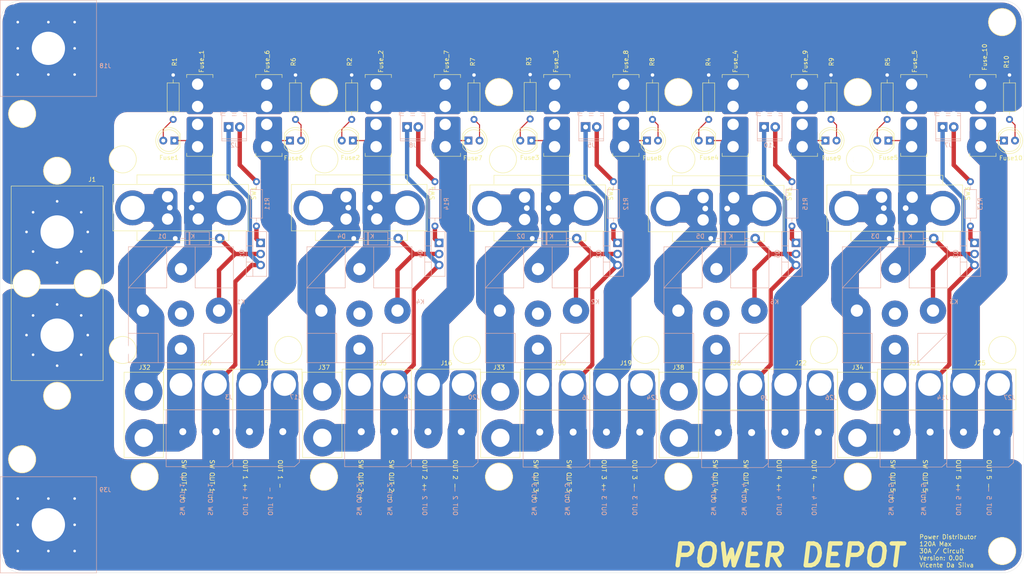
<source format=kicad_pcb>
(kicad_pcb (version 20171130) (host pcbnew "(5.1.8)-1")
  (layers (0 F.Cu signal) (31 B.Cu signal) (34 B.Paste user) (35 F.Paste user) (36 B.SilkS user) (37 F.SilkS user) (38 B.Mask user) (39 F.Mask user) (44 Edge.Cuts user))
  (net 0 "")
  (net 1 FUSE1)
  (net 2 FUSE2)
  (net 3 FUSE3)
  (net 4 FUSE4)
  (net 5 FUSE5)
  (net 6 FUSE6)
  (net 7 FUSE7)
  (net 8 FUSE8)
  (net 9 FUSE9)
  (net 10 FUSE10)
  (net 11 /SLOAD2+)
  (net 12 /SLOAD1+)
  (net 13 /SLOAD4+)
  (net 14 /SLOAD3+)
  (net 15 /SLOAD5+)
  (net 16 "Net-(Fuse6-Pad2)")
  (net 17 "Net-(Fuse7-Pad2)")
  (net 18 "Net-(Fuse8-Pad2)")
  (net 19 "Net-(Fuse9-Pad2)")
  (net 20 "Net-(Fuse10-Pad2)")
  (net 21 LOAD+)
  (net 22 /LOAD-)
  (net 23 "Net-(Fuse1-Pad2)")
  (net 24 "Net-(Fuse2-Pad2)")
  (net 25 "Net-(Fuse3-Pad2)")
  (net 26 "Net-(Fuse4-Pad2)")
  (net 27 "Net-(Fuse5-Pad2)")
  (net 28 "Net-(D1-Pad2)")
  (net 29 "Net-(D1-Pad1)")
  (net 30 "Net-(Q1-Pad1)")
  (net 31 /RELAY_CTL_1)
  (net 32 "Net-(D2-Pad2)")
  (net 33 "Net-(D2-Pad1)")
  (net 34 "Net-(D3-Pad2)")
  (net 35 "Net-(D3-Pad1)")
  (net 36 "Net-(D4-Pad2)")
  (net 37 "Net-(D4-Pad1)")
  (net 38 "Net-(D5-Pad2)")
  (net 39 "Net-(D5-Pad1)")
  (net 40 /RELAY_CTL_2)
  (net 41 /RELAY_CTL_3)
  (net 42 /RELAY_CTL_4)
  (net 43 /RELAY_CTL_5)
  (net 44 "Net-(Q2-Pad1)")
  (net 45 "Net-(Q3-Pad1)")
  (net 46 "Net-(Q4-Pad1)")
  (net 47 "Net-(Q5-Pad1)")
  (module FJElectricsPCBCommon:NPTH_3mm_ID (layer F.Cu) (at 6 75.8)
    (fp_text reference H14 (at 0 0) (layer F.SilkS))
    (fp_text value MountingHole)
    (pad "" np_thru_hole circle (at 0 0) (size 3.2 3.2) (drill 3.2) (layers *.Cu *.Mask) (clearance 1.6))
  )
  (module FJElectricsPCBCommon:NPTH_3mm_ID (layer F.Cu) (at -8 75.8)
    (fp_text reference H3 (at 0 0) (layer F.SilkS))
    (fp_text value MountingHole)
    (pad "" np_thru_hole circle (at 0 0) (size 3.2 3.2) (drill 3.2) (layers *.Cu *.Mask) (clearance 1.6))
  )
  (module FJElectricsPCBCommon:NPTH_3mm_ID (layer F.Cu) (at -1 101.5)
    (fp_text reference H19 (at 0 0) (layer F.SilkS))
    (fp_text value MountingHole)
    (pad "" np_thru_hole circle (at 0 0) (size 3.2 3.2) (drill 3.2) (layers *.Cu *.Mask) (clearance 1.6))
  )
  (module FJElectricsPCBCommon:NPTH_3mm_ID (layer F.Cu) (at -1 50)
    (fp_text reference H18 (at 0 0) (layer F.SilkS))
    (fp_text value MountingHole)
    (pad "" np_thru_hole circle (at 0 0) (size 3.2 3.2) (drill 3.2) (layers *.Cu *.Mask) (clearance 1.6))
  )
  (module FJElectricsPCBCommon:NPTH_3mm_ID (layer F.Cu) (at 100 120)
    (fp_text reference H28 (at 0 0) (layer F.SilkS))
    (fp_text value MountingHole)
    (pad "" np_thru_hole circle (at 0 0) (size 3.2 3.2) (drill 3.2) (layers *.Cu *.Mask) (clearance 1.6))
  )
  (module FJElectricsPCBCommon:NPTH_3mm_ID (layer F.Cu) (at 141 120)
    (fp_text reference H26 (at 0 0) (layer F.SilkS))
    (fp_text value MountingHole)
    (pad "" np_thru_hole circle (at 0 0) (size 3.2 3.2) (drill 3.2) (layers *.Cu *.Mask) (clearance 1.6))
  )
  (module FJElectricsPCBCommon:NPTH_3mm_ID (layer F.Cu) (at 182 120)
    (fp_text reference H13 (at 0 0) (layer F.SilkS))
    (fp_text value MountingHole)
    (pad "" np_thru_hole circle (at 0 0) (size 3.2 3.2) (drill 3.2) (layers *.Cu *.Mask) (clearance 1.6))
  )
  (module FJElectricsPCBCommon:NPTH_3mm_ID (layer F.Cu) (at 60 120)
    (fp_text reference H8 (at 0 0) (layer F.SilkS))
    (fp_text value MountingHole)
    (pad "" np_thru_hole circle (at 0 0) (size 3.2 3.2) (drill 3.2) (layers *.Cu *.Mask) (clearance 1.6))
  )
  (module Resistor_THT:R_Axial_DIN0207_L6.3mm_D2.5mm_P10.16mm_Horizontal (layer B.Cu) (at 166.955 52.5 270)
    (fp_text reference R15 (at 5.08 -3.045 90) (layer B.SilkS) (effects (justify mirror)))
    (fp_text value 1K)
    (pad 2 thru_hole oval (at 10.16 0 270) (size 1.6 1.6) (drill 0.8) (layers *.Cu *.Mask) (net 47 "Net-(Q5-Pad1)"))
    (pad 1 thru_hole circle (at 0 0 270) (size 1.6 1.6) (drill 0.8) (layers *.Cu *.Mask) (net 43 /RELAY_CTL_5))
  )
  (module Resistor_THT:R_Axial_DIN0207_L6.3mm_D2.5mm_P10.16mm_Horizontal (layer B.Cu) (at 85.355 52.5 270)
    (fp_text reference R14 (at 5.08 -2.645 90) (layer B.SilkS) (effects (justify mirror)))
    (fp_text value 1K)
    (pad 2 thru_hole oval (at 10.16 0 270) (size 1.6 1.6) (drill 0.8) (layers *.Cu *.Mask) (net 46 "Net-(Q4-Pad1)"))
    (pad 1 thru_hole circle (at 0 0 270) (size 1.6 1.6) (drill 0.8) (layers *.Cu *.Mask) (net 42 /RELAY_CTL_4))
  )
  (module Resistor_THT:R_Axial_DIN0207_L6.3mm_D2.5mm_P10.16mm_Horizontal (layer B.Cu) (at 207.755 52.5 270)
    (fp_text reference R13 (at 5.08 -2.245 90) (layer B.SilkS) (effects (justify mirror)))
    (fp_text value 1K)
    (pad 2 thru_hole oval (at 10.16 0 270) (size 1.6 1.6) (drill 0.8) (layers *.Cu *.Mask) (net 45 "Net-(Q3-Pad1)"))
    (pad 1 thru_hole circle (at 0 0 270) (size 1.6 1.6) (drill 0.8) (layers *.Cu *.Mask) (net 41 /RELAY_CTL_3))
  )
  (module Resistor_THT:R_Axial_DIN0207_L6.3mm_D2.5mm_P10.16mm_Horizontal (layer B.Cu) (at 126.155 52.5 270)
    (fp_text reference R12 (at 5.08 -2.845 90) (layer B.SilkS) (effects (justify mirror)))
    (fp_text value 1K)
    (pad 2 thru_hole oval (at 10.16 0 270) (size 1.6 1.6) (drill 0.8) (layers *.Cu *.Mask) (net 44 "Net-(Q2-Pad1)"))
    (pad 1 thru_hole circle (at 0 0 270) (size 1.6 1.6) (drill 0.8) (layers *.Cu *.Mask) (net 40 /RELAY_CTL_2))
  )
  (module Package_TO_SOT_THT:TO-220-3_Vertical (layer B.Cu) (at 167.9 66.5 270)
    (fp_text reference Q5 (at 2.54 4.27 90) (layer B.SilkS) (effects (justify mirror)))
    (fp_text value Q_NPN_Darlington_BCE)
    (pad 3 thru_hole oval (at 5.08 0 270) (size 1.905 2) (drill 1.1) (layers *.Cu *.Mask) (net 22 /LOAD-))
    (pad 2 thru_hole oval (at 2.54 0 270) (size 1.905 2) (drill 1.1) (layers *.Cu *.Mask) (net 38 "Net-(D5-Pad2)"))
    (pad 1 thru_hole rect (at 0 0 270) (size 1.905 2) (drill 1.1) (layers *.Cu *.Mask) (net 47 "Net-(Q5-Pad1)"))
  )
  (module Package_TO_SOT_THT:TO-220-3_Vertical (layer B.Cu) (at 86.3 66.5 270)
    (fp_text reference Q4 (at 2.54 4.27 90) (layer B.SilkS) (effects (justify mirror)))
    (fp_text value Q_NPN_Darlington_BCE)
    (pad 3 thru_hole oval (at 5.08 0 270) (size 1.905 2) (drill 1.1) (layers *.Cu *.Mask) (net 22 /LOAD-))
    (pad 2 thru_hole oval (at 2.54 0 270) (size 1.905 2) (drill 1.1) (layers *.Cu *.Mask) (net 36 "Net-(D4-Pad2)"))
    (pad 1 thru_hole rect (at 0 0 270) (size 1.905 2) (drill 1.1) (layers *.Cu *.Mask) (net 46 "Net-(Q4-Pad1)"))
  )
  (module Package_TO_SOT_THT:TO-220-3_Vertical (layer B.Cu) (at 208.7 66.5 270)
    (fp_text reference Q3 (at 2.54 4.27 90) (layer B.SilkS) (effects (justify mirror)))
    (fp_text value Q_NPN_Darlington_BCE)
    (pad 3 thru_hole oval (at 5.08 0 270) (size 1.905 2) (drill 1.1) (layers *.Cu *.Mask) (net 22 /LOAD-))
    (pad 2 thru_hole oval (at 2.54 0 270) (size 1.905 2) (drill 1.1) (layers *.Cu *.Mask) (net 34 "Net-(D3-Pad2)"))
    (pad 1 thru_hole rect (at 0 0 270) (size 1.905 2) (drill 1.1) (layers *.Cu *.Mask) (net 45 "Net-(Q3-Pad1)"))
  )
  (module Package_TO_SOT_THT:TO-220-3_Vertical (layer B.Cu) (at 127.1 66.5 270)
    (fp_text reference Q2 (at 2.54 4.27 90) (layer B.SilkS) (effects (justify mirror)))
    (fp_text value Q_NPN_Darlington_BCE)
    (pad 3 thru_hole oval (at 5.08 0 270) (size 1.905 2) (drill 1.1) (layers *.Cu *.Mask) (net 22 /LOAD-))
    (pad 2 thru_hole oval (at 2.54 0 270) (size 1.905 2) (drill 1.1) (layers *.Cu *.Mask) (net 32 "Net-(D2-Pad2)"))
    (pad 1 thru_hole rect (at 0 0 270) (size 1.905 2) (drill 1.1) (layers *.Cu *.Mask) (net 44 "Net-(Q2-Pad1)"))
  )
  (module TerminalBlock_Phoenix:TerminalBlock_Phoenix_MPT-0,5-2-2.54_1x02_P2.54mm_Horizontal (layer B.Cu) (at 160.6 40)
    (fp_text reference J10 (at 1.27 4.16) (layer B.SilkS) (effects (justify mirror)))
    (fp_text value Header)
    (pad "" np_thru_hole circle (at 2.54 -2.54) (size 1.1 1.1) (drill 1.1) (layers *.Cu *.Mask))
    (pad 2 thru_hole circle (at 2.54 0) (size 2.2 2.2) (drill 1.1) (layers *.Cu *.Mask) (net 43 /RELAY_CTL_5))
    (pad "" np_thru_hole circle (at 0 -2.54) (size 1.1 1.1) (drill 1.1) (layers *.Cu *.Mask))
    (pad 1 thru_hole rect (at 0 0) (size 2.2 2.2) (drill 1.1) (layers *.Cu *.Mask) (net 22 /LOAD-))
  )
  (module TerminalBlock_Phoenix:TerminalBlock_Phoenix_MPT-0,5-2-2.54_1x02_P2.54mm_Horizontal (layer B.Cu) (at 79 40)
    (fp_text reference J8 (at 1.27 4.16) (layer B.SilkS) (effects (justify mirror)))
    (fp_text value Header)
    (pad "" np_thru_hole circle (at 2.54 -2.54) (size 1.1 1.1) (drill 1.1) (layers *.Cu *.Mask))
    (pad 2 thru_hole circle (at 2.54 0) (size 2.2 2.2) (drill 1.1) (layers *.Cu *.Mask) (net 42 /RELAY_CTL_4))
    (pad "" np_thru_hole circle (at 0 -2.54) (size 1.1 1.1) (drill 1.1) (layers *.Cu *.Mask))
    (pad 1 thru_hole rect (at 0 0) (size 2.2 2.2) (drill 1.1) (layers *.Cu *.Mask) (net 22 /LOAD-))
  )
  (module TerminalBlock_Phoenix:TerminalBlock_Phoenix_MPT-0,5-2-2.54_1x02_P2.54mm_Horizontal (layer B.Cu) (at 201.4 40)
    (fp_text reference J7 (at 1.27 4.16) (layer B.SilkS) (effects (justify mirror)))
    (fp_text value Header)
    (pad "" np_thru_hole circle (at 2.54 -2.54) (size 1.1 1.1) (drill 1.1) (layers *.Cu *.Mask))
    (pad 2 thru_hole circle (at 2.54 0) (size 2.2 2.2) (drill 1.1) (layers *.Cu *.Mask) (net 41 /RELAY_CTL_3))
    (pad "" np_thru_hole circle (at 0 -2.54) (size 1.1 1.1) (drill 1.1) (layers *.Cu *.Mask))
    (pad 1 thru_hole rect (at 0 0) (size 2.2 2.2) (drill 1.1) (layers *.Cu *.Mask) (net 22 /LOAD-))
  )
  (module TerminalBlock_Phoenix:TerminalBlock_Phoenix_MPT-0,5-2-2.54_1x02_P2.54mm_Horizontal (layer B.Cu) (at 119.8 40)
    (fp_text reference J5 (at 1.27 4.16) (layer B.SilkS) (effects (justify mirror)))
    (fp_text value Header)
    (pad "" np_thru_hole circle (at 2.54 -2.54) (size 1.1 1.1) (drill 1.1) (layers *.Cu *.Mask))
    (pad 2 thru_hole circle (at 2.54 0) (size 2.2 2.2) (drill 1.1) (layers *.Cu *.Mask) (net 40 /RELAY_CTL_2))
    (pad "" np_thru_hole circle (at 0 -2.54) (size 1.1 1.1) (drill 1.1) (layers *.Cu *.Mask))
    (pad 1 thru_hole rect (at 0 0) (size 2.2 2.2) (drill 1.1) (layers *.Cu *.Mask) (net 22 /LOAD-))
  )
  (module Diode_THT:D_DO-41_SOD81_P10.16mm_Horizontal (layer B.Cu) (at 148.4 65.5)
    (fp_text reference D5 (at -2.4 -0.5) (layer B.SilkS) (effects (justify mirror)))
    (fp_text value D)
    (fp_text user K (at 4.6 -0.5) (layer B.SilkS) (effects (justify mirror)))
    (pad 2 thru_hole oval (at 10.16 0) (size 2.2 2.2) (drill 1.1) (layers *.Cu *.Mask) (net 38 "Net-(D5-Pad2)"))
    (pad 1 thru_hole rect (at 0 0) (size 2.2 2.2) (drill 1.1) (layers *.Cu *.Mask) (net 39 "Net-(D5-Pad1)"))
  )
  (module Diode_THT:D_DO-41_SOD81_P10.16mm_Horizontal (layer B.Cu) (at 66.8 65.5)
    (fp_text reference D4 (at -2.8 -0.5) (layer B.SilkS) (effects (justify mirror)))
    (fp_text value D)
    (fp_text user K (at 4.2 -0.5) (layer B.SilkS) (effects (justify mirror)))
    (pad 2 thru_hole oval (at 10.16 0) (size 2.2 2.2) (drill 1.1) (layers *.Cu *.Mask) (net 36 "Net-(D4-Pad2)"))
    (pad 1 thru_hole rect (at 0 0) (size 2.2 2.2) (drill 1.1) (layers *.Cu *.Mask) (net 37 "Net-(D4-Pad1)"))
  )
  (module Diode_THT:D_DO-41_SOD81_P10.16mm_Horizontal (layer B.Cu) (at 189.2 65.5)
    (fp_text reference D3 (at -3.2 -0.5) (layer B.SilkS) (effects (justify mirror)))
    (fp_text value D)
    (fp_text user K (at 4.8 -0.5) (layer B.SilkS) (effects (justify mirror)))
    (pad 2 thru_hole oval (at 10.16 0) (size 2.2 2.2) (drill 1.1) (layers *.Cu *.Mask) (net 34 "Net-(D3-Pad2)"))
    (pad 1 thru_hole rect (at 0 0) (size 2.2 2.2) (drill 1.1) (layers *.Cu *.Mask) (net 35 "Net-(D3-Pad1)"))
  )
  (module Diode_THT:D_DO-41_SOD81_P10.16mm_Horizontal (layer B.Cu) (at 107.6 65.5)
    (fp_text reference D2 (at -2.6 -0.5) (layer B.SilkS) (effects (justify mirror)))
    (fp_text value D)
    (fp_text user K (at 4.4 -0.5) (layer B.SilkS) (effects (justify mirror)))
    (pad 2 thru_hole oval (at 10.16 0) (size 2.2 2.2) (drill 1.1) (layers *.Cu *.Mask) (net 32 "Net-(D2-Pad2)"))
    (pad 1 thru_hole rect (at 0 0) (size 2.2 2.2) (drill 1.1) (layers *.Cu *.Mask) (net 33 "Net-(D2-Pad1)"))
  )
  (module TerminalBlock_Phoenix:TerminalBlock_Phoenix_MPT-0,5-2-2.54_1x02_P2.54mm_Horizontal (layer B.Cu) (at 38.2 40)
    (fp_text reference J2 (at 1.27 4.16) (layer B.SilkS) (effects (justify mirror)))
    (fp_text value Header)
    (pad "" np_thru_hole circle (at 2.54 -2.54) (size 1.1 1.1) (drill 1.1) (layers *.Cu *.Mask))
    (pad 2 thru_hole circle (at 2.54 0) (size 2.2 2.2) (drill 1.1) (layers *.Cu *.Mask) (net 31 /RELAY_CTL_1))
    (pad "" np_thru_hole circle (at 0 -2.54) (size 1.1 1.1) (drill 1.1) (layers *.Cu *.Mask))
    (pad 1 thru_hole rect (at 0 0) (size 2.2 2.2) (drill 1.1) (layers *.Cu *.Mask) (net 22 /LOAD-))
  )
  (module FJElectricsPCBCommon:NPTH_3mm_ID (layer F.Cu) (at 14 47.4)
    (fp_text reference H1 (at 0 0) (layer F.SilkS))
    (fp_text value MountingHole)
    (pad "" np_thru_hole circle (at 0 0) (size 3.2 3.2) (drill 3.2) (layers *.Cu *.Mask) (clearance 1.6))
  )
  (module Resistor_THT:R_Axial_DIN0207_L6.3mm_D2.5mm_P10.16mm_Horizontal (layer B.Cu) (at 44.555 52.5 270)
    (fp_text reference R11 (at 5.08 -2.445 90) (layer B.SilkS) (effects (justify mirror)))
    (fp_text value 1K)
    (pad 2 thru_hole oval (at 10.16 0 270) (size 1.6 1.6) (drill 0.8) (layers *.Cu *.Mask) (net 30 "Net-(Q1-Pad1)"))
    (pad 1 thru_hole circle (at 0 0 270) (size 1.6 1.6) (drill 0.8) (layers *.Cu *.Mask) (net 31 /RELAY_CTL_1))
  )
  (module Package_TO_SOT_THT:TO-220-3_Vertical (layer B.Cu) (at 45.5 66.5 270)
    (fp_text reference Q1 (at 2.54 4.27 270) (layer B.SilkS) (effects (justify mirror)))
    (fp_text value Q_NPN_Darlington_BCE)
    (pad 3 thru_hole oval (at 5.08 0 270) (size 1.905 2) (drill 1.1) (layers *.Cu *.Mask) (net 22 /LOAD-))
    (pad 2 thru_hole oval (at 2.54 0 270) (size 1.905 2) (drill 1.1) (layers *.Cu *.Mask) (net 28 "Net-(D1-Pad2)"))
    (pad 1 thru_hole rect (at 0 0 270) (size 1.905 2) (drill 1.1) (layers *.Cu *.Mask) (net 30 "Net-(Q1-Pad1)"))
  )
  (module Diode_THT:D_DO-41_SOD81_P10.16mm_Horizontal (layer B.Cu) (at 26 65.5)
    (fp_text reference D1 (at -3 -0.5) (layer B.SilkS) (effects (justify mirror)))
    (fp_text value D)
    (fp_text user K (at 4 -0.5) (layer B.SilkS) (effects (justify mirror)))
    (pad 2 thru_hole oval (at 10.16 0) (size 2.2 2.2) (drill 1.1) (layers *.Cu *.Mask) (net 28 "Net-(D1-Pad2)"))
    (pad 1 thru_hole rect (at 0 0) (size 2.2 2.2) (drill 1.1) (layers *.Cu *.Mask) (net 29 "Net-(D1-Pad1)"))
  )
  (module Resistor_THT:R_Axial_DIN0207_L6.3mm_D2.5mm_P10.16mm_Horizontal (layer F.Cu) (at 147.925 28.1 270)
    (fp_text reference R4 (at -3 0.085 90) (layer F.SilkS))
    (fp_text value 600)
    (pad 2 thru_hole oval (at 10.16 0 270) (size 1.6 1.6) (drill 0.8) (layers *.Cu *.Mask) (net 26 "Net-(Fuse4-Pad2)"))
    (pad 1 thru_hole circle (at 0 0 270) (size 1.6 1.6) (drill 0.8) (layers *.Cu *.Mask) (net 21 LOAD+))
  )
  (module Resistor_THT:R_Axial_DIN0207_L6.3mm_D2.5mm_P10.16mm_Horizontal (layer F.Cu) (at 188.725 28.1 270)
    (fp_text reference R5 (at -3 -0.115 90) (layer F.SilkS))
    (fp_text value 600)
    (pad 2 thru_hole oval (at 10.16 0 270) (size 1.6 1.6) (drill 0.8) (layers *.Cu *.Mask) (net 27 "Net-(Fuse5-Pad2)"))
    (pad 1 thru_hole circle (at 0 0 270) (size 1.6 1.6) (drill 0.8) (layers *.Cu *.Mask) (net 21 LOAD+))
  )
  (module Resistor_THT:R_Axial_DIN0207_L6.3mm_D2.5mm_P10.16mm_Horizontal (layer F.Cu) (at 53.485 28.1 270)
    (fp_text reference R6 (at -3 0.485 90) (layer F.SilkS))
    (fp_text value 600)
    (pad 2 thru_hole oval (at 10.16 0 270) (size 1.6 1.6) (drill 0.8) (layers *.Cu *.Mask) (net 16 "Net-(Fuse6-Pad2)"))
    (pad 1 thru_hole circle (at 0 0 270) (size 1.6 1.6) (drill 0.8) (layers *.Cu *.Mask) (net 21 LOAD+))
  )
  (module Resistor_THT:R_Axial_DIN0207_L6.3mm_D2.5mm_P10.16mm_Horizontal (layer F.Cu) (at 94.285 28.1 270)
    (fp_text reference R7 (at -3 0.285 90) (layer F.SilkS))
    (fp_text value 600)
    (pad 2 thru_hole oval (at 10.16 0 270) (size 1.6 1.6) (drill 0.8) (layers *.Cu *.Mask) (net 17 "Net-(Fuse7-Pad2)"))
    (pad 1 thru_hole circle (at 0 0 270) (size 1.6 1.6) (drill 0.8) (layers *.Cu *.Mask) (net 21 LOAD+))
  )
  (module Resistor_THT:R_Axial_DIN0207_L6.3mm_D2.5mm_P10.16mm_Horizontal (layer F.Cu) (at 135.085 28.1 270)
    (fp_text reference R8 (at -3 0.085 90) (layer F.SilkS))
    (fp_text value 600)
    (pad 2 thru_hole oval (at 10.16 0 270) (size 1.6 1.6) (drill 0.8) (layers *.Cu *.Mask) (net 18 "Net-(Fuse8-Pad2)"))
    (pad 1 thru_hole circle (at 0 0 270) (size 1.6 1.6) (drill 0.8) (layers *.Cu *.Mask) (net 21 LOAD+))
  )
  (module Resistor_THT:R_Axial_DIN0207_L6.3mm_D2.5mm_P10.16mm_Horizontal (layer F.Cu) (at 175.885 28.1 270)
    (fp_text reference R9 (at -3 -0.115 90) (layer F.SilkS))
    (fp_text value 600)
    (pad 2 thru_hole oval (at 10.16 0 270) (size 1.6 1.6) (drill 0.8) (layers *.Cu *.Mask) (net 19 "Net-(Fuse9-Pad2)"))
    (pad 1 thru_hole circle (at 0 0 270) (size 1.6 1.6) (drill 0.8) (layers *.Cu *.Mask) (net 21 LOAD+))
  )
  (module Resistor_THT:R_Axial_DIN0207_L6.3mm_D2.5mm_P10.16mm_Horizontal (layer F.Cu) (at 216.685 28.1 270)
    (fp_text reference R10 (at -3 0.685 90) (layer F.SilkS))
    (fp_text value 600)
    (pad 2 thru_hole oval (at 10.16 0 270) (size 1.6 1.6) (drill 0.8) (layers *.Cu *.Mask) (net 20 "Net-(Fuse10-Pad2)"))
    (pad 1 thru_hole circle (at 0 0 270) (size 1.6 1.6) (drill 0.8) (layers *.Cu *.Mask) (net 21 LOAD+))
  )
  (module LED_THT:LED_D5.0mm (layer F.Cu) (at 107.404 43.1 180)
    (fp_text reference Fuse3 (at 0.404 -3.9) (layer F.SilkS))
    (fp_text value LED)
    (pad 2 thru_hole circle (at 2.54 0 180) (size 1.8 1.8) (drill 0.9) (layers *.Cu *.Mask) (net 25 "Net-(Fuse3-Pad2)"))
    (pad 1 thru_hole rect (at 0 0 180) (size 1.8 1.8) (drill 0.9) (layers *.Cu *.Mask) (net 3 FUSE3))
  )
  (module LED_THT:LED_D5.0mm (layer F.Cu) (at 148.204 43.1 180)
    (fp_text reference Fuse4 (at 0.204 -3.9) (layer F.SilkS))
    (fp_text value LED)
    (pad 2 thru_hole circle (at 2.54 0 180) (size 1.8 1.8) (drill 0.9) (layers *.Cu *.Mask) (net 26 "Net-(Fuse4-Pad2)"))
    (pad 1 thru_hole rect (at 0 0 180) (size 1.8 1.8) (drill 0.9) (layers *.Cu *.Mask) (net 4 FUSE4))
  )
  (module LED_THT:LED_D5.0mm (layer F.Cu) (at 189.004 43.1 180)
    (fp_text reference Fuse5 (at 0.004 -3.9) (layer F.SilkS))
    (fp_text value LED)
    (pad 2 thru_hole circle (at 2.54 0 180) (size 1.8 1.8) (drill 0.9) (layers *.Cu *.Mask) (net 27 "Net-(Fuse5-Pad2)"))
    (pad 1 thru_hole rect (at 0 0 180) (size 1.8 1.8) (drill 0.9) (layers *.Cu *.Mask) (net 5 FUSE5))
  )
  (module LED_THT:LED_D5.0mm (layer F.Cu) (at 93.01 43.1)
    (fp_text reference Fuse7 (at 0.99 4) (layer F.SilkS))
    (fp_text value LED)
    (pad 2 thru_hole circle (at 2.54 0) (size 1.8 1.8) (drill 0.9) (layers *.Cu *.Mask) (net 17 "Net-(Fuse7-Pad2)"))
    (pad 1 thru_hole rect (at 0 0) (size 1.8 1.8) (drill 0.9) (layers *.Cu *.Mask) (net 7 FUSE7))
  )
  (module LED_THT:LED_D5.0mm (layer F.Cu) (at 174.61 43.1)
    (fp_text reference Fuse9 (at 1.39 4) (layer F.SilkS))
    (fp_text value LED)
    (pad 2 thru_hole circle (at 2.54 0) (size 1.8 1.8) (drill 0.9) (layers *.Cu *.Mask) (net 19 "Net-(Fuse9-Pad2)"))
    (pad 1 thru_hole rect (at 0 0) (size 1.8 1.8) (drill 0.9) (layers *.Cu *.Mask) (net 9 FUSE9))
  )
  (module Resistor_THT:R_Axial_DIN0207_L6.3mm_D2.5mm_P10.16mm_Horizontal (layer F.Cu) (at 107.125 28 270)
    (fp_text reference R3 (at -3 0.285 90) (layer F.SilkS))
    (fp_text value 600)
    (pad 2 thru_hole oval (at 10.16 0 270) (size 1.6 1.6) (drill 0.8) (layers *.Cu *.Mask) (net 25 "Net-(Fuse3-Pad2)"))
    (pad 1 thru_hole circle (at 0 0 270) (size 1.6 1.6) (drill 0.8) (layers *.Cu *.Mask) (net 21 LOAD+))
  )
  (module LED_THT:LED_D5.0mm (layer F.Cu) (at 66.604 43.1 180)
    (fp_text reference Fuse2 (at 0.604 -3.9) (layer F.SilkS))
    (fp_text value LED)
    (pad 2 thru_hole circle (at 2.54 0 180) (size 1.8 1.8) (drill 0.9) (layers *.Cu *.Mask) (net 24 "Net-(Fuse2-Pad2)"))
    (pad 1 thru_hole rect (at 0 0 180) (size 1.8 1.8) (drill 0.9) (layers *.Cu *.Mask) (net 2 FUSE2))
  )
  (module LED_THT:LED_D5.0mm (layer F.Cu) (at 52.21 43.1)
    (fp_text reference Fuse6 (at 0.79 4) (layer F.SilkS))
    (fp_text value LED)
    (pad 2 thru_hole circle (at 2.54 0) (size 1.8 1.8) (drill 0.9) (layers *.Cu *.Mask) (net 16 "Net-(Fuse6-Pad2)"))
    (pad 1 thru_hole rect (at 0 0) (size 1.8 1.8) (drill 0.9) (layers *.Cu *.Mask) (net 6 FUSE6))
  )
  (module Resistor_THT:R_Axial_DIN0207_L6.3mm_D2.5mm_P10.16mm_Horizontal (layer F.Cu) (at 66.325 28.1 270)
    (fp_text reference R2 (at -3 0.485 90) (layer F.SilkS))
    (fp_text value 600)
    (pad 2 thru_hole oval (at 10.16 0 270) (size 1.6 1.6) (drill 0.8) (layers *.Cu *.Mask) (net 24 "Net-(Fuse2-Pad2)"))
    (pad 1 thru_hole circle (at 0 0 270) (size 1.6 1.6) (drill 0.8) (layers *.Cu *.Mask) (net 21 LOAD+))
  )
  (module FJElectricsPCBCommon:FuseHolder20x5Fuse (layer F.Cu) (at 71.907 44.5 90)
    (fp_text reference Fuse_2 (at 19.5 1.093 90) (layer F.SilkS))
    (fp_text value 30A)
    (pad 2 thru_hole roundrect (at 14.3 0 90) (size 6 6) (drill 2.6 (offset -1 0.5)) (layers *.Cu *.Mask) (roundrect_rratio 0.1) (net 21 LOAD+))
    (pad 2 thru_hole roundrect (at 9.2 0 90) (size 5.5 6) (drill 2.6 (offset 1 0.5)) (layers *.Cu *.Mask) (roundrect_rratio 0.1) (net 21 LOAD+))
    (pad 1 thru_hole roundrect (at 5.1 0 90) (size 5.5 6) (drill 2.6 (offset -1 0.5)) (layers *.Cu *.Mask) (roundrect_rratio 0.1) (net 2 FUSE2))
    (pad 1 thru_hole roundrect (at 0 0 90) (size 6 6) (drill 2.6 (offset 1 0.5)) (layers *.Cu *.Mask) (roundrect_rratio 0.1) (net 2 FUSE2))
  )
  (module FJElectricsPCBCommon:FuseHolder20x5Fuse (layer F.Cu) (at 112.707 44.5 90)
    (fp_text reference Fuse_3 (at 19.5 0.293 90) (layer F.SilkS))
    (fp_text value 30A)
    (pad 2 thru_hole roundrect (at 14.3 0 90) (size 6 6) (drill 2.6 (offset -1 0.5)) (layers *.Cu *.Mask) (roundrect_rratio 0.1) (net 21 LOAD+))
    (pad 2 thru_hole roundrect (at 9.2 0 90) (size 5.5 6) (drill 2.6 (offset 1 0.5)) (layers *.Cu *.Mask) (roundrect_rratio 0.1) (net 21 LOAD+))
    (pad 1 thru_hole roundrect (at 5.1 0 90) (size 5.5 6) (drill 2.6 (offset -1 0.5)) (layers *.Cu *.Mask) (roundrect_rratio 0.1) (net 3 FUSE3))
    (pad 1 thru_hole roundrect (at 0 0 90) (size 6 6) (drill 2.6 (offset 1 0.5)) (layers *.Cu *.Mask) (roundrect_rratio 0.1) (net 3 FUSE3))
  )
  (module FJElectricsPCBCommon:FuseHolder20x5Fuse (layer F.Cu) (at 153.507 44.5 90)
    (fp_text reference Fuse_4 (at 19.5 0.493 90) (layer F.SilkS))
    (fp_text value 30A)
    (pad 2 thru_hole roundrect (at 14.3 0 90) (size 6 6) (drill 2.6 (offset -1 0.5)) (layers *.Cu *.Mask) (roundrect_rratio 0.1) (net 21 LOAD+))
    (pad 2 thru_hole roundrect (at 9.2 0 90) (size 5.5 6) (drill 2.6 (offset 1 0.5)) (layers *.Cu *.Mask) (roundrect_rratio 0.1) (net 21 LOAD+))
    (pad 1 thru_hole roundrect (at 5.1 0 90) (size 5.5 6) (drill 2.6 (offset -1 0.5)) (layers *.Cu *.Mask) (roundrect_rratio 0.1) (net 4 FUSE4))
    (pad 1 thru_hole roundrect (at 0 0 90) (size 6 6) (drill 2.6 (offset 1 0.5)) (layers *.Cu *.Mask) (roundrect_rratio 0.1) (net 4 FUSE4))
  )
  (module FJElectricsPCBCommon:FuseHolder20x5Fuse (layer F.Cu) (at 194.307 44.5 90)
    (fp_text reference Fuse_5 (at 19.5 0.693 90) (layer F.SilkS))
    (fp_text value 30A)
    (pad 2 thru_hole roundrect (at 14.3 0 90) (size 6 6) (drill 2.6 (offset -1 0.5)) (layers *.Cu *.Mask) (roundrect_rratio 0.1) (net 21 LOAD+))
    (pad 2 thru_hole roundrect (at 9.2 0 90) (size 5.5 6) (drill 2.6 (offset 1 0.5)) (layers *.Cu *.Mask) (roundrect_rratio 0.1) (net 21 LOAD+))
    (pad 1 thru_hole roundrect (at 5.1 0 90) (size 5.5 6) (drill 2.6 (offset -1 0.5)) (layers *.Cu *.Mask) (roundrect_rratio 0.1) (net 5 FUSE5))
    (pad 1 thru_hole roundrect (at 0 0 90) (size 6 6) (drill 2.6 (offset 1 0.5)) (layers *.Cu *.Mask) (roundrect_rratio 0.1) (net 5 FUSE5))
  )
  (module FJElectricsPCBCommon:FuseHolder20x5Fuse (layer F.Cu) (at 46.907 44.5 90)
    (fp_text reference Fuse_6 (at 19.5 0.093 90) (layer F.SilkS))
    (fp_text value 30A)
    (pad 2 thru_hole roundrect (at 14.3 0 90) (size 6 6) (drill 2.6 (offset -1 0.5)) (layers *.Cu *.Mask) (roundrect_rratio 0.1) (net 21 LOAD+))
    (pad 2 thru_hole roundrect (at 9.2 0 90) (size 5.5 6) (drill 2.6 (offset 1 0.5)) (layers *.Cu *.Mask) (roundrect_rratio 0.1) (net 21 LOAD+))
    (pad 1 thru_hole roundrect (at 5.1 0 90) (size 5.5 6) (drill 2.6 (offset -1 0.5)) (layers *.Cu *.Mask) (roundrect_rratio 0.1) (net 6 FUSE6))
    (pad 1 thru_hole roundrect (at 0 0 90) (size 6 6) (drill 2.6 (offset 1 0.5)) (layers *.Cu *.Mask) (roundrect_rratio 0.1) (net 6 FUSE6))
  )
  (module FJElectricsPCBCommon:FuseHolder20x5Fuse (layer F.Cu) (at 128.507 44.5 90)
    (fp_text reference Fuse_8 (at 19.5 0.493 90) (layer F.SilkS))
    (fp_text value 30A)
    (pad 2 thru_hole roundrect (at 14.3 0 90) (size 6 6) (drill 2.6 (offset -1 0.5)) (layers *.Cu *.Mask) (roundrect_rratio 0.1) (net 21 LOAD+))
    (pad 2 thru_hole roundrect (at 9.2 0 90) (size 5.5 6) (drill 2.6 (offset 1 0.5)) (layers *.Cu *.Mask) (roundrect_rratio 0.1) (net 21 LOAD+))
    (pad 1 thru_hole roundrect (at 5.1 0 90) (size 5.5 6) (drill 2.6 (offset -1 0.5)) (layers *.Cu *.Mask) (roundrect_rratio 0.1) (net 8 FUSE8))
    (pad 1 thru_hole roundrect (at 0 0 90) (size 6 6) (drill 2.6 (offset 1 0.5)) (layers *.Cu *.Mask) (roundrect_rratio 0.1) (net 8 FUSE8))
  )
  (module FJElectricsPCBCommon:FuseHolder20x5Fuse (layer F.Cu) (at 169.307 44.5 90)
    (fp_text reference Fuse_9 (at 19.5 0.693 90) (layer F.SilkS))
    (fp_text value 30A)
    (pad 2 thru_hole roundrect (at 14.3 0 90) (size 6 6) (drill 2.6 (offset -1 0.5)) (layers *.Cu *.Mask) (roundrect_rratio 0.1) (net 21 LOAD+))
    (pad 2 thru_hole roundrect (at 9.2 0 90) (size 5.5 6) (drill 2.6 (offset 1 0.5)) (layers *.Cu *.Mask) (roundrect_rratio 0.1) (net 21 LOAD+))
    (pad 1 thru_hole roundrect (at 5.1 0 90) (size 5.5 6) (drill 2.6 (offset -1 0.5)) (layers *.Cu *.Mask) (roundrect_rratio 0.1) (net 9 FUSE9))
    (pad 1 thru_hole roundrect (at 0 0 90) (size 6 6) (drill 2.6 (offset 1 0.5)) (layers *.Cu *.Mask) (roundrect_rratio 0.1) (net 9 FUSE9))
  )
  (module FJElectricsPCBCommon:FuseHolder20x5Fuse (layer F.Cu) (at 210.107 44.5 90)
    (fp_text reference Fuse_10 (at 20.5 0.893 90) (layer F.SilkS))
    (fp_text value 30A)
    (pad 2 thru_hole roundrect (at 14.3 0 90) (size 6 6) (drill 2.6 (offset -1 0.5)) (layers *.Cu *.Mask) (roundrect_rratio 0.1) (net 21 LOAD+))
    (pad 2 thru_hole roundrect (at 9.2 0 90) (size 5.5 6) (drill 2.6 (offset 1 0.5)) (layers *.Cu *.Mask) (roundrect_rratio 0.1) (net 21 LOAD+))
    (pad 1 thru_hole roundrect (at 5.1 0 90) (size 5.5 6) (drill 2.6 (offset -1 0.5)) (layers *.Cu *.Mask) (roundrect_rratio 0.1) (net 10 FUSE10))
    (pad 1 thru_hole roundrect (at 0 0 90) (size 6 6) (drill 2.6 (offset 1 0.5)) (layers *.Cu *.Mask) (roundrect_rratio 0.1) (net 10 FUSE10))
  )
  (module FJElectricsPCBCommon:NPTH_3mm_ID (layer F.Cu) (at 215 137)
    (fp_text reference H7 (at 0 0) (layer F.SilkS))
    (fp_text value MountingHole)
    (pad "" np_thru_hole circle (at 0 0) (size 3.2 3.2) (drill 3.2) (layers *.Cu *.Mask) (clearance 1.6))
  )
  (module FJElectricsPCBCommon:NPTH_3mm_ID (layer F.Cu) (at 60.1 47.4)
    (fp_text reference H10 (at 0 0) (layer F.SilkS))
    (fp_text value MountingHole)
    (pad "" np_thru_hole circle (at 0 0) (size 3.2 3.2) (drill 3.2) (layers *.Cu *.Mask) (clearance 1.6))
  )
  (module FJElectricsPCBCommon:NPTH_3mm_ID (layer F.Cu) (at 182 32)
    (fp_text reference H15 (at 0 0) (layer F.SilkS))
    (fp_text value MountingHole)
    (pad "" np_thru_hole circle (at 0 0) (size 3.2 3.2) (drill 3.2) (layers *.Cu *.Mask) (clearance 1.6))
  )
  (module FJElectricsPCBCommon:NPTH_3mm_ID (layer F.Cu) (at 19 120)
    (fp_text reference H21 (at 0 0) (layer F.SilkS))
    (fp_text value MountingHole)
    (pad "" np_thru_hole circle (at 0 0) (size 3.2 3.2) (drill 3.2) (layers *.Cu *.Mask) (clearance 1.6))
  )
  (module FJElectricsPCBCommon:NPTH_3mm_ID (layer F.Cu) (at 215 16)
    (fp_text reference H23 (at 0 0) (layer F.SilkS))
    (fp_text value MountingHole)
    (pad "" np_thru_hole circle (at 0 0) (size 3.2 3.2) (drill 3.2) (layers *.Cu *.Mask) (clearance 1.6))
  )
  (module FJElectricsPCBCommon:NPTH_3mm_ID (layer F.Cu) (at 100.9 47.4)
    (fp_text reference H24 (at 0.1 0.1) (layer F.SilkS))
    (fp_text value MountingHole)
    (pad "" np_thru_hole circle (at 0 0) (size 3.2 3.2) (drill 3.2) (layers *.Cu *.Mask) (clearance 1.6))
  )
  (module FJElectricsPCBCommon:NPTH_3mm_ID (layer F.Cu) (at 141.7 47.4)
    (fp_text reference H27 (at 0.1 0.1) (layer F.SilkS))
    (fp_text value MountingHole)
    (pad "" np_thru_hole circle (at 0 0) (size 3.2 3.2) (drill 3.2) (layers *.Cu *.Mask) (clearance 1.6))
  )
  (module FJElectricsPCBCommon:NPTH_3mm_ID (layer F.Cu) (at 182.5 47.4)
    (fp_text reference H33 (at -0.2 0.1) (layer F.SilkS))
    (fp_text value MountingHole)
    (pad "" np_thru_hole circle (at 0 0) (size 3.2 3.2) (drill 3.2) (layers *.Cu *.Mask) (clearance 1.6))
  )
  (module FJElectricsPCBCommon:NPTH_3mm_ID (layer F.Cu) (at 100 32)
    (fp_text reference H36 (at 0 0) (layer F.SilkS))
    (fp_text value MountingHole)
    (pad "" np_thru_hole circle (at 0 0) (size 3.2 3.2) (drill 3.2) (layers *.Cu *.Mask) (clearance 1.6))
  )
  (module FJElectricsPCBCommon:TerminalBlock_7.62_2x1 (layer B.Cu) (at 35.34 109.7 180)
    (fp_text reference J3 (at -2.9 7.9) (layer B.SilkS) (effects (justify mirror)))
    (fp_text value "MEDIUM TB x2")
    (pad 2 thru_hole oval (at 7.62 0 180) (size 6 7.62) (drill 1.6) (layers *.Cu *.Mask) (net 12 /SLOAD1+))
    (pad 1 thru_hole oval (at 0 0 180) (size 6 7.62) (drill 1.6) (layers *.Cu *.Mask) (net 22 /LOAD-))
  )
  (module FJElectricsPCBCommon:TerminalBlock_7.62_2x1 (layer B.Cu) (at 116.94 109.79 180)
    (fp_text reference J6 (at -2.9 7.9) (layer B.SilkS) (effects (justify mirror)))
    (fp_text value "MEDIUM TB x2")
    (pad 2 thru_hole oval (at 7.62 0 180) (size 6 7.62) (drill 1.6) (layers *.Cu *.Mask) (net 14 /SLOAD3+))
    (pad 1 thru_hole oval (at 0 0 180) (size 6 7.62) (drill 1.6) (layers *.Cu *.Mask) (net 22 /LOAD-))
  )
  (module FJElectricsPCBCommon:TerminalBlock_7.62_2x1 (layer B.Cu) (at 157.74 109.9 180)
    (fp_text reference J9 (at -2.9 7.9) (layer B.SilkS) (effects (justify mirror)))
    (fp_text value "MEDIUM TB x2")
    (pad 2 thru_hole oval (at 7.62 0 180) (size 6 7.62) (drill 1.6) (layers *.Cu *.Mask) (net 13 /SLOAD4+))
    (pad 1 thru_hole oval (at 0 0 180) (size 6 7.62) (drill 1.6) (layers *.Cu *.Mask) (net 22 /LOAD-))
  )
  (module FJElectricsPCBCommon:TerminalBlock_7.62_2x1 (layer B.Cu) (at 198.54 109.79 180)
    (fp_text reference J14 (at -2.9 7.9) (layer B.SilkS) (effects (justify mirror)))
    (fp_text value "MEDIUM TB x2")
    (pad 2 thru_hole oval (at 7.62 0 180) (size 6 7.62) (drill 1.6) (layers *.Cu *.Mask) (net 15 /SLOAD5+))
    (pad 1 thru_hole oval (at 0 0 180) (size 6 7.62) (drill 1.6) (layers *.Cu *.Mask) (net 22 /LOAD-))
  )
  (module FJElectricsPCBCommon:PowerPole_15_45 (layer F.Cu) (at 43.1 98.9)
    (fp_text reference J15 (at 2.9 -4.9) (layer F.SilkS))
    (fp_text value "PP 2 WAY")
    (pad 1 thru_hole roundrect (at 0 0) (size 6 8.7) (drill 5.2 (offset 0 1.15)) (layers *.Cu *.Mask) (net 6 FUSE6))
    (pad 2 thru_hole roundrect (at 7.9 0) (size 6 8.7) (drill 5.2 (offset 0 1.15)) (layers *.Cu *.Mask) (net 22 /LOAD-))
  )
  (module FJElectricsPCBCommon:PowerPole_15_45 (layer F.Cu) (at 83.9 98.895)
    (fp_text reference J16 (at 4.1 -4.895) (layer F.SilkS))
    (fp_text value "PP 2 WAY")
    (pad 1 thru_hole roundrect (at 0 0) (size 6 8.7) (drill 5.2 (offset 0 1.15)) (layers *.Cu *.Mask) (net 7 FUSE7))
    (pad 2 thru_hole roundrect (at 7.9 0) (size 6 8.7) (drill 5.2 (offset 0 1.15)) (layers *.Cu *.Mask) (net 22 /LOAD-))
  )
  (module FJElectricsPCBCommon:PowerPole_15_45 (layer F.Cu) (at 124.7 98.9)
    (fp_text reference J19 (at 4.3 -4.9) (layer F.SilkS))
    (fp_text value "PP 2 WAY")
    (pad 1 thru_hole roundrect (at 0 0) (size 6 8.7) (drill 5.2 (offset 0 1.15)) (layers *.Cu *.Mask) (net 8 FUSE8))
    (pad 2 thru_hole roundrect (at 7.9 0) (size 6 8.7) (drill 5.2 (offset 0 1.15)) (layers *.Cu *.Mask) (net 22 /LOAD-))
  )
  (module FJElectricsPCBCommon:TerminalBlock_7.62_2x1 (layer B.Cu) (at 91.38 109.7 180)
    (fp_text reference J20 (at -2.9 7.9) (layer B.SilkS) (effects (justify mirror)))
    (fp_text value "MEDIUM TB x2")
    (pad 2 thru_hole oval (at 7.62 0 180) (size 6 7.62) (drill 1.6) (layers *.Cu *.Mask) (net 7 FUSE7))
    (pad 1 thru_hole oval (at 0 0 180) (size 6 7.62) (drill 1.6) (layers *.Cu *.Mask) (net 22 /LOAD-))
  )
  (module FJElectricsPCBCommon:PowerPole_15_45 (layer F.Cu) (at 165.5 98.9)
    (fp_text reference J22 (at 3.5 -4.9) (layer F.SilkS))
    (fp_text value "PP 2 WAY")
    (pad 1 thru_hole roundrect (at 0 0) (size 6 8.7) (drill 5.2 (offset 0 1.15)) (layers *.Cu *.Mask) (net 9 FUSE9))
    (pad 2 thru_hole roundrect (at 7.9 0) (size 6 8.7) (drill 5.2 (offset 0 1.15)) (layers *.Cu *.Mask) (net 22 /LOAD-))
  )
  (module FJElectricsPCBCommon:TerminalBlock_7.62_2x1 (layer B.Cu) (at 132.18 109.79 180)
    (fp_text reference J24 (at -2.9 7.9) (layer B.SilkS) (effects (justify mirror)))
    (fp_text value "MEDIUM TB x2")
    (pad 2 thru_hole oval (at 7.62 0 180) (size 6 7.62) (drill 1.6) (layers *.Cu *.Mask) (net 8 FUSE8))
    (pad 1 thru_hole oval (at 0 0 180) (size 6 7.62) (drill 1.6) (layers *.Cu *.Mask) (net 22 /LOAD-))
  )
  (module FJElectricsPCBCommon:PowerPole_15_45 (layer F.Cu) (at 206.3 98.9)
    (fp_text reference J25 (at 3.6 -4.9) (layer F.SilkS))
    (fp_text value "PP 2 WAY")
    (pad 1 thru_hole roundrect (at 0 0) (size 6 8.7) (drill 5.2 (offset 0 1.15)) (layers *.Cu *.Mask) (net 10 FUSE10))
    (pad 2 thru_hole roundrect (at 7.9 0) (size 6 8.7) (drill 5.2 (offset 0 1.15)) (layers *.Cu *.Mask) (net 22 /LOAD-))
  )
  (module FJElectricsPCBCommon:TerminalBlock_7.62_2x1 (layer B.Cu) (at 172.98 109.8 180)
    (fp_text reference J26 (at -2.9 7.9) (layer B.SilkS) (effects (justify mirror)))
    (fp_text value "MEDIUM TB x2")
    (pad 2 thru_hole oval (at 7.62 0 180) (size 6 7.62) (drill 1.6) (layers *.Cu *.Mask) (net 9 FUSE9))
    (pad 1 thru_hole oval (at 0 0 180) (size 6 7.62) (drill 1.6) (layers *.Cu *.Mask) (net 22 /LOAD-))
  )
  (module FJElectricsPCBCommon:TerminalBlock_7.62_2x1 (layer B.Cu) (at 213.78 109.79 180)
    (fp_text reference J27 (at -2.9 7.9) (layer B.SilkS) (effects (justify mirror)))
    (fp_text value "MEDIUM TB x2")
    (pad 2 thru_hole oval (at 7.62 0 180) (size 6 7.62) (drill 1.6) (layers *.Cu *.Mask) (net 10 FUSE10))
    (pad 1 thru_hole oval (at 0 0 180) (size 6 7.62) (drill 1.6) (layers *.Cu *.Mask) (net 22 /LOAD-))
  )
  (module FJElectricsPCBCommon:PowerPole_15_45 (layer F.Cu) (at 27.3 98.9)
    (fp_text reference J29 (at 5.7 -4.9) (layer F.SilkS))
    (fp_text value "PP 2 WAY")
    (pad 1 thru_hole roundrect (at 0 0) (size 6 8.7) (drill 5.2 (offset 0 1.15)) (layers *.Cu *.Mask) (net 12 /SLOAD1+))
    (pad 2 thru_hole roundrect (at 7.9 0) (size 6 8.7) (drill 5.2 (offset 0 1.15)) (layers *.Cu *.Mask) (net 22 /LOAD-))
  )
  (module FJElectricsPCBCommon:PowerPole_15_45 (layer F.Cu) (at 108.9 98.9)
    (fp_text reference J30 (at 5.1 -4.9) (layer F.SilkS))
    (fp_text value "PP 2 WAY")
    (pad 1 thru_hole roundrect (at 0 0) (size 6 8.7) (drill 5.2 (offset 0 1.15)) (layers *.Cu *.Mask) (net 14 /SLOAD3+))
    (pad 2 thru_hole roundrect (at 7.9 0) (size 6 8.7) (drill 5.2 (offset 0 1.15)) (layers *.Cu *.Mask) (net 22 /LOAD-))
  )
  (module FJElectricsPCBCommon:PowerPole_15_45 (layer F.Cu) (at 190.5 98.9)
    (fp_text reference J31 (at 4.5 -4.9) (layer F.SilkS))
    (fp_text value "PP 2 WAY")
    (pad 1 thru_hole roundrect (at 0 0) (size 6 8.7) (drill 5.2 (offset 0 1.15)) (layers *.Cu *.Mask) (net 15 /SLOAD5+))
    (pad 2 thru_hole roundrect (at 7.9 0) (size 6 8.7) (drill 5.2 (offset 0 1.15)) (layers *.Cu *.Mask) (net 22 /LOAD-))
  )
  (module FJElectricsPCBCommon:ScrewM4Jumper (layer F.Cu) (at 18.8 100.6 270)
    (fp_text reference J32 (at -5.6 -0.2 180) (layer F.SilkS))
    (fp_text value Jumper_Bolt)
    (pad 1 thru_hole oval (at 0 0 270) (size 8.5 8.5) (drill 4.2) (layers *.Cu *.Mask) (net 29 "Net-(D1-Pad1)"))
    (pad 2 thru_hole oval (at 10.5 0 270) (size 8.5 8.5) (drill 4.2) (layers *.Cu *.Mask) (net 12 /SLOAD1+))
  )
  (module FJElectricsPCBCommon:ScrewM4Jumper (layer F.Cu) (at 100.3 100.6 270)
    (fp_text reference J33 (at -5.6 0.3 180) (layer F.SilkS))
    (fp_text value Jumper_Bolt)
    (pad 1 thru_hole oval (at 0 0 270) (size 8.5 8.5) (drill 4.2) (layers *.Cu *.Mask) (net 33 "Net-(D2-Pad1)"))
    (pad 2 thru_hole oval (at 10.5 0 270) (size 8.5 8.5) (drill 4.2) (layers *.Cu *.Mask) (net 14 /SLOAD3+))
  )
  (module FJElectricsPCBCommon:ScrewM4Jumper (layer F.Cu) (at 181.9 100.6 270)
    (fp_text reference J34 (at -5.6 -0.1 180) (layer F.SilkS))
    (fp_text value Jumper_Bolt)
    (pad 1 thru_hole oval (at 0 0 270) (size 8.5 8.5) (drill 4.2) (layers *.Cu *.Mask) (net 35 "Net-(D3-Pad1)"))
    (pad 2 thru_hole oval (at 10.5 0 270) (size 8.5 8.5) (drill 4.2) (layers *.Cu *.Mask) (net 15 /SLOAD5+))
  )
  (module FJElectricsPCBCommon:PowerPole_15_45 (layer F.Cu) (at 68.1 98.9)
    (fp_text reference J35 (at 4.9 -4.9) (layer F.SilkS))
    (fp_text value "PP 2 WAY")
    (pad 1 thru_hole roundrect (at 0 0) (size 6 8.7) (drill 5.2 (offset 0 1.15)) (layers *.Cu *.Mask) (net 11 /SLOAD2+))
    (pad 2 thru_hole roundrect (at 7.9 0) (size 6 8.7) (drill 5.2 (offset 0 1.15)) (layers *.Cu *.Mask) (net 22 /LOAD-))
  )
  (module FJElectricsPCBCommon:PowerPole_15_45 (layer F.Cu) (at 149.7 98.9)
    (fp_text reference J36 (at 4.3 -4.9) (layer F.SilkS))
    (fp_text value "PP 2 WAY")
    (pad 1 thru_hole roundrect (at 0 0) (size 6 8.7) (drill 5.2 (offset 0 1.15)) (layers *.Cu *.Mask) (net 13 /SLOAD4+))
    (pad 2 thru_hole roundrect (at 7.9 0) (size 6 8.7) (drill 5.2 (offset 0 1.15)) (layers *.Cu *.Mask) (net 22 /LOAD-))
  )
  (module FJElectricsPCBCommon:ScrewM4Jumper (layer F.Cu) (at 59.6 100.6 270)
    (fp_text reference J37 (at -5.6 -0.4 180) (layer F.SilkS))
    (fp_text value Jumper_Bolt)
    (pad 1 thru_hole oval (at 0 0 270) (size 8.5 8.5) (drill 4.2) (layers *.Cu *.Mask) (net 37 "Net-(D4-Pad1)"))
    (pad 2 thru_hole oval (at 10.5 0 270) (size 8.5 8.5) (drill 4.2) (layers *.Cu *.Mask) (net 11 /SLOAD2+))
  )
  (module FJElectricsPCBCommon:ScrewM4Jumper (layer F.Cu) (at 141.1 100.6 270)
    (fp_text reference J38 (at -5.6 0.1 180) (layer F.SilkS))
    (fp_text value Jumper_Bolt)
    (pad 1 thru_hole oval (at 0 0 270) (size 8.5 8.5) (drill 4.2) (layers *.Cu *.Mask) (net 39 "Net-(D5-Pad1)"))
    (pad 2 thru_hole oval (at 10.5 0 270) (size 8.5 8.5) (drill 4.2) (layers *.Cu *.Mask) (net 13 /SLOAD4+))
  )
  (module FJElectricsPCBCommon:SwitchMount (layer F.Cu) (at 31.25 55.95 270)
    (fp_text reference SW1 (at -0.8 -12.7 90) (layer F.SilkS))
    (fp_text value SW_SPST)
    (pad 2 thru_hole circle (at 2.5 6.5 270) (size 1.5 1.5) (drill 1.3) (layers *.Cu *.Mask) (net 29 "Net-(D1-Pad1)"))
    (pad 1 thru_hole circle (at 2.5 1.5 270) (size 1.5 1.5) (drill 1.3) (layers *.Cu *.Mask) (net 1 FUSE1))
    (pad 1 thru_hole circle (at 2.55 -7 270) (size 8 8) (drill 5.5) (layers *.Cu *.Mask) (net 1 FUSE1))
    (pad 2 thru_hole circle (at 2.55 15 270) (size 8 8) (drill 5.5) (layers *.Cu *.Mask) (net 29 "Net-(D1-Pad1)"))
    (pad 1 thru_hole roundrect (at 0 0 270) (size 6 5.5) (drill 2.6 (offset 1 0.5)) (layers *.Cu *.Mask) (net 1 FUSE1))
    (pad 2 thru_hole roundrect (at 0 7 270) (size 6 5.5) (drill 2.6 (offset 1 0.5)) (layers *.Cu *.Mask) (net 29 "Net-(D1-Pad1)"))
    (pad 2 thru_hole roundrect (at 5.1 7 270) (size 6 5.5) (drill 2.6 (offset -1 0.5)) (layers *.Cu *.Mask) (net 29 "Net-(D1-Pad1)"))
    (pad 1 thru_hole roundrect (at 5.1 0 270) (size 6 5.5) (drill 2.6 (offset -1 0.5)) (layers *.Cu *.Mask) (net 1 FUSE1))
  )
  (module FJElectricsPCBCommon:SwitchMount (layer F.Cu) (at 112.85 56.05 270)
    (fp_text reference SW2 (at -0.8 -12.7 90) (layer F.SilkS))
    (fp_text value SW_SPST)
    (pad 2 thru_hole circle (at 2.5 6.5 270) (size 1.5 1.5) (drill 1.3) (layers *.Cu *.Mask) (net 33 "Net-(D2-Pad1)"))
    (pad 1 thru_hole circle (at 2.5 1.5 270) (size 1.5 1.5) (drill 1.3) (layers *.Cu *.Mask) (net 3 FUSE3))
    (pad 1 thru_hole circle (at 2.55 -7 270) (size 8 8) (drill 5.5) (layers *.Cu *.Mask) (net 3 FUSE3))
    (pad 2 thru_hole circle (at 2.55 15 270) (size 8 8) (drill 5.5) (layers *.Cu *.Mask) (net 33 "Net-(D2-Pad1)"))
    (pad 1 thru_hole roundrect (at 0 0 270) (size 6 5.5) (drill 2.6 (offset 1 0.5)) (layers *.Cu *.Mask) (net 3 FUSE3))
    (pad 2 thru_hole roundrect (at 0 7 270) (size 6 5.5) (drill 2.6 (offset 1 0.5)) (layers *.Cu *.Mask) (net 33 "Net-(D2-Pad1)"))
    (pad 2 thru_hole roundrect (at 5.1 7 270) (size 6 5.5) (drill 2.6 (offset -1 0.5)) (layers *.Cu *.Mask) (net 33 "Net-(D2-Pad1)"))
    (pad 1 thru_hole roundrect (at 5.1 0 270) (size 6 5.5) (drill 2.6 (offset -1 0.5)) (layers *.Cu *.Mask) (net 3 FUSE3))
  )
  (module FJElectricsPCBCommon:SwitchMount (layer F.Cu) (at 194.45 56.05 270)
    (fp_text reference SW3 (at -0.8 -12.7 90) (layer F.SilkS))
    (fp_text value SW_SPST)
    (pad 2 thru_hole circle (at 2.5 6.5 270) (size 1.5 1.5) (drill 1.3) (layers *.Cu *.Mask) (net 35 "Net-(D3-Pad1)"))
    (pad 1 thru_hole circle (at 2.5 1.5 270) (size 1.5 1.5) (drill 1.3) (layers *.Cu *.Mask) (net 5 FUSE5))
    (pad 1 thru_hole circle (at 2.55 -7 270) (size 8 8) (drill 5.5) (layers *.Cu *.Mask) (net 5 FUSE5))
    (pad 2 thru_hole circle (at 2.55 15 270) (size 8 8) (drill 5.5) (layers *.Cu *.Mask) (net 35 "Net-(D3-Pad1)"))
    (pad 1 thru_hole roundrect (at 0 0 270) (size 6 5.5) (drill 2.6 (offset 1 0.5)) (layers *.Cu *.Mask) (net 5 FUSE5))
    (pad 2 thru_hole roundrect (at 0 7 270) (size 6 5.5) (drill 2.6 (offset 1 0.5)) (layers *.Cu *.Mask) (net 35 "Net-(D3-Pad1)"))
    (pad 2 thru_hole roundrect (at 5.1 7 270) (size 6 5.5) (drill 2.6 (offset -1 0.5)) (layers *.Cu *.Mask) (net 35 "Net-(D3-Pad1)"))
    (pad 1 thru_hole roundrect (at 5.1 0 270) (size 6 5.5) (drill 2.6 (offset -1 0.5)) (layers *.Cu *.Mask) (net 5 FUSE5))
  )
  (module FJElectricsPCBCommon:SwitchMount (layer F.Cu) (at 72.05 55.95 270)
    (fp_text reference SW4 (at -0.8 -12.7 90) (layer F.SilkS))
    (fp_text value SW_SPST)
    (pad 2 thru_hole circle (at 2.5 6.5 270) (size 1.5 1.5) (drill 1.3) (layers *.Cu *.Mask) (net 37 "Net-(D4-Pad1)"))
    (pad 1 thru_hole circle (at 2.5 1.5 270) (size 1.5 1.5) (drill 1.3) (layers *.Cu *.Mask) (net 2 FUSE2))
    (pad 1 thru_hole circle (at 2.55 -7 270) (size 8 8) (drill 5.5) (layers *.Cu *.Mask) (net 2 FUSE2))
    (pad 2 thru_hole circle (at 2.55 15 270) (size 8 8) (drill 5.5) (layers *.Cu *.Mask) (net 37 "Net-(D4-Pad1)"))
    (pad 1 thru_hole roundrect (at 0 0 270) (size 6 5.5) (drill 2.6 (offset 1 0.5)) (layers *.Cu *.Mask) (net 2 FUSE2))
    (pad 2 thru_hole roundrect (at 0 7 270) (size 6 5.5) (drill 2.6 (offset 1 0.5)) (layers *.Cu *.Mask) (net 37 "Net-(D4-Pad1)"))
    (pad 2 thru_hole roundrect (at 5.1 7 270) (size 6 5.5) (drill 2.6 (offset -1 0.5)) (layers *.Cu *.Mask) (net 37 "Net-(D4-Pad1)"))
    (pad 1 thru_hole roundrect (at 5.1 0 270) (size 6 5.5) (drill 2.6 (offset -1 0.5)) (layers *.Cu *.Mask) (net 2 FUSE2))
  )
  (module FJElectricsPCBCommon:SwitchMount (layer F.Cu) (at 153.65 56.15 270)
    (fp_text reference SW5 (at -0.8 -12.7 90) (layer F.SilkS))
    (fp_text value SW_SPST)
    (pad 2 thru_hole circle (at 2.5 6.5 270) (size 1.5 1.5) (drill 1.3) (layers *.Cu *.Mask) (net 39 "Net-(D5-Pad1)"))
    (pad 1 thru_hole circle (at 2.5 1.5 270) (size 1.5 1.5) (drill 1.3) (layers *.Cu *.Mask) (net 4 FUSE4))
    (pad 1 thru_hole circle (at 2.55 -7 270) (size 8 8) (drill 5.5) (layers *.Cu *.Mask) (net 4 FUSE4))
    (pad 2 thru_hole circle (at 2.55 15 270) (size 8 8) (drill 5.5) (layers *.Cu *.Mask) (net 39 "Net-(D5-Pad1)"))
    (pad 1 thru_hole roundrect (at 0 0 270) (size 6 5.5) (drill 2.6 (offset 1 0.5)) (layers *.Cu *.Mask) (net 4 FUSE4))
    (pad 2 thru_hole roundrect (at 0 7 270) (size 6 5.5) (drill 2.6 (offset 1 0.5)) (layers *.Cu *.Mask) (net 39 "Net-(D5-Pad1)"))
    (pad 2 thru_hole roundrect (at 5.1 7 270) (size 6 5.5) (drill 2.6 (offset -1 0.5)) (layers *.Cu *.Mask) (net 39 "Net-(D5-Pad1)"))
    (pad 1 thru_hole roundrect (at 5.1 0 270) (size 6 5.5) (drill 2.6 (offset -1 0.5)) (layers *.Cu *.Mask) (net 4 FUSE4))
  )
  (module FJElectricsPCBCommon:TerminalM20_x1 (layer B.Cu) (at -3 131 90)
    (fp_text reference J39 (at 8 13 180) (layer B.SilkS) (effects (justify mirror)))
    (fp_text value Conn_01x01)
    (pad 1 thru_hole circle (at 6 0 90) (size 2 2) (drill 0.6) (layers *.Cu *.Mask) (net 22 /LOAD-))
    (pad 1 thru_hole circle (at -6 0 90) (size 2 2) (drill 0.6) (layers *.Cu *.Mask) (net 22 /LOAD-))
    (pad 1 thru_hole circle (at 6 -7 90) (size 2 2) (drill 0.6) (layers *.Cu *.Mask) (net 22 /LOAD-))
    (pad 1 thru_hole circle (at 0 -7 90) (size 2 2) (drill 0.6) (layers *.Cu *.Mask) (net 22 /LOAD-))
    (pad 1 thru_hole circle (at 0 6 90) (size 2 2) (drill 0.6) (layers *.Cu *.Mask) (net 22 /LOAD-))
    (pad 1 thru_hole circle (at -6 6 90) (size 2 2) (drill 0.6) (layers *.Cu *.Mask) (net 22 /LOAD-))
    (pad 1 thru_hole circle (at -6 -7 90) (size 2 2) (drill 0.6) (layers *.Cu *.Mask) (net 22 /LOAD-))
    (pad 1 thru_hole circle (at 6 6 90) (size 2 2) (drill 0.6) (layers *.Cu *.Mask) (net 22 /LOAD-))
    (pad 1 thru_hole roundrect (at 0 0 90) (size 20 20) (drill 7.6) (layers *.Cu *.Mask) (roundrect_rratio 0.1) (net 22 /LOAD-))
  )
  (module FJElectricsPCBCommon:TerminalM20_x1 (layer B.Cu) (at -3 22 90)
    (fp_text reference J18 (at -4 13 180) (layer B.SilkS) (effects (justify mirror)))
    (fp_text value Conn_01x01)
    (pad 1 thru_hole circle (at 6 0 90) (size 2 2) (drill 0.6) (layers *.Cu *.Mask) (net 21 LOAD+))
    (pad 1 thru_hole circle (at -6 0 90) (size 2 2) (drill 0.6) (layers *.Cu *.Mask) (net 21 LOAD+))
    (pad 1 thru_hole circle (at 6 -7 90) (size 2 2) (drill 0.6) (layers *.Cu *.Mask) (net 21 LOAD+))
    (pad 1 thru_hole circle (at 0 -7 90) (size 2 2) (drill 0.6) (layers *.Cu *.Mask) (net 21 LOAD+))
    (pad 1 thru_hole circle (at 0 6 90) (size 2 2) (drill 0.6) (layers *.Cu *.Mask) (net 21 LOAD+))
    (pad 1 thru_hole circle (at -6 6 90) (size 2 2) (drill 0.6) (layers *.Cu *.Mask) (net 21 LOAD+))
    (pad 1 thru_hole circle (at -6 -7 90) (size 2 2) (drill 0.6) (layers *.Cu *.Mask) (net 21 LOAD+))
    (pad 1 thru_hole circle (at 6 6 90) (size 2 2) (drill 0.6) (layers *.Cu *.Mask) (net 21 LOAD+))
    (pad 1 thru_hole roundrect (at 0 0 90) (size 20 20) (drill 7.6) (layers *.Cu *.Mask) (roundrect_rratio 0.1) (net 21 LOAD+))
  )
  (module FJElectricsPCBCommon:FuseHolder20x5Fuse (layer F.Cu) (at 87.707 44.5 90)
    (fp_text reference Fuse_7 (at 19.5 0.293 90) (layer F.SilkS))
    (fp_text value 30A)
    (pad 2 thru_hole roundrect (at 14.3 0 90) (size 6 6) (drill 2.6 (offset -1 0.5)) (layers *.Cu *.Mask) (roundrect_rratio 0.1) (net 21 LOAD+))
    (pad 2 thru_hole roundrect (at 9.2 0 90) (size 5.5 6) (drill 2.6 (offset 1 0.5)) (layers *.Cu *.Mask) (roundrect_rratio 0.1) (net 21 LOAD+))
    (pad 1 thru_hole roundrect (at 5.1 0 90) (size 5.5 6) (drill 2.6 (offset -1 0.5)) (layers *.Cu *.Mask) (roundrect_rratio 0.1) (net 7 FUSE7))
    (pad 1 thru_hole roundrect (at 0 0 90) (size 6 6) (drill 2.6 (offset 1 0.5)) (layers *.Cu *.Mask) (roundrect_rratio 0.1) (net 7 FUSE7))
  )
  (module LED_THT:LED_D5.0mm (layer F.Cu) (at 133.81 43.1)
    (fp_text reference Fuse8 (at 1.19 4) (layer F.SilkS))
    (fp_text value LED)
    (pad 2 thru_hole circle (at 2.54 0) (size 1.8 1.8) (drill 0.9) (layers *.Cu *.Mask) (net 18 "Net-(Fuse8-Pad2)"))
    (pad 1 thru_hole rect (at 0 0) (size 1.8 1.8) (drill 0.9) (layers *.Cu *.Mask) (net 8 FUSE8))
  )
  (module LED_THT:LED_D5.0mm (layer F.Cu) (at 215.41 43.1)
    (fp_text reference Fuse10 (at 1.59 4) (layer F.SilkS))
    (fp_text value LED)
    (pad 2 thru_hole circle (at 2.54 0) (size 1.8 1.8) (drill 0.9) (layers *.Cu *.Mask) (net 20 "Net-(Fuse10-Pad2)"))
    (pad 1 thru_hole rect (at 0 0) (size 1.8 1.8) (drill 0.9) (layers *.Cu *.Mask) (net 10 FUSE10))
  )
  (module FJElectricsPCBCommon:NPTH_3mm_ID (layer F.Cu) (at 51.85 91)
    (fp_text reference H34 (at 0 0) (layer F.SilkS))
    (fp_text value MountingHole)
    (pad "" np_thru_hole circle (at 0 0) (size 3.2 3.2) (drill 3.2) (layers *.Cu *.Mask) (clearance 1.6))
  )
  (module FJElectricsPCBCommon:NPTH_3mm_ID (layer F.Cu) (at 133.45 91)
    (fp_text reference H6 (at 0 0) (layer F.SilkS))
    (fp_text value MountingHole)
    (pad "" np_thru_hole circle (at 0 0) (size 3.2 3.2) (drill 3.2) (layers *.Cu *.Mask) (clearance 1.6))
  )
  (module FJElectricsPCBCommon:NPTH_3mm_ID (layer F.Cu) (at 92.65 91)
    (fp_text reference H4 (at 0 0) (layer F.SilkS))
    (fp_text value MountingHole)
    (pad "" np_thru_hole circle (at 0 0) (size 3.2 3.2) (drill 3.2) (layers *.Cu *.Mask) (clearance 1.6))
  )
  (module FJElectricsPCBCommon:NPTH_3mm_ID (layer F.Cu) (at 174.25 91)
    (fp_text reference H12 (at 0 0) (layer F.SilkS))
    (fp_text value MountingHole)
    (pad "" np_thru_hole circle (at 0 0) (size 3.2 3.2) (drill 3.2) (layers *.Cu *.Mask) (clearance 1.6))
  )
  (module FJElectricsPCBCommon:NPTH_3mm_ID (layer F.Cu) (at 215.05 91)
    (fp_text reference H11 (at 0 0) (layer F.SilkS))
    (fp_text value MountingHole)
    (pad "" np_thru_hole circle (at 0 0) (size 3.2 3.2) (drill 3.2) (layers *.Cu *.Mask) (clearance 1.6))
  )
  (module FJElectricsPCBCommon:TerminalBlock_7.62_2x1 (layer B.Cu) (at 50.58 109.69 180)
    (fp_text reference J17 (at -2.9 7.9) (layer B.SilkS) (effects (justify mirror)))
    (fp_text value "MEDIUM TB x2")
    (pad 2 thru_hole oval (at 7.62 0 180) (size 6 7.62) (drill 1.6) (layers *.Cu *.Mask) (net 6 FUSE6))
    (pad 1 thru_hole oval (at 0 0 180) (size 6 7.62) (drill 1.6) (layers *.Cu *.Mask) (net 22 /LOAD-))
  )
  (module FJElectricsPCBCommon:TerminalBlock_7.62_2x1 (layer B.Cu) (at 76.14 109.7 180)
    (fp_text reference J4 (at -2.9 7.9) (layer B.SilkS) (effects (justify mirror)))
    (fp_text value "MEDIUM TB x2")
    (pad 2 thru_hole oval (at 7.62 0 180) (size 6 7.62) (drill 1.6) (layers *.Cu *.Mask) (net 11 /SLOAD2+))
    (pad 1 thru_hole oval (at 0 0 180) (size 6 7.62) (drill 1.6) (layers *.Cu *.Mask) (net 22 /LOAD-))
  )
  (module LED_THT:LED_D5.0mm (layer F.Cu) (at 25.804 43.1 180)
    (fp_text reference Fuse1 (at 1.27 -3.9) (layer F.SilkS))
    (fp_text value LED)
    (pad 2 thru_hole circle (at 2.54 0 180) (size 1.8 1.8) (drill 0.9) (layers *.Cu *.Mask) (net 23 "Net-(Fuse1-Pad2)"))
    (pad 1 thru_hole rect (at 0 0 180) (size 1.8 1.8) (drill 0.9) (layers *.Cu *.Mask) (net 1 FUSE1))
  )
  (module Resistor_THT:R_Axial_DIN0207_L6.3mm_D2.5mm_P10.16mm_Horizontal (layer F.Cu) (at 25.525 28.1 270)
    (fp_text reference R1 (at -3 -0.315 270) (layer F.SilkS))
    (fp_text value 600)
    (pad 2 thru_hole oval (at 10.16 0 270) (size 1.6 1.6) (drill 0.8) (layers *.Cu *.Mask) (net 23 "Net-(Fuse1-Pad2)"))
    (pad 1 thru_hole circle (at 0 0 270) (size 1.6 1.6) (drill 0.8) (layers *.Cu *.Mask) (net 21 LOAD+))
  )
  (module FJElectricsPCBCommon:FuseHolder20x5Fuse (layer F.Cu) (at 31.107 44.5 90)
    (fp_text reference Fuse_1 (at 19.5 0.893 90) (layer F.SilkS))
    (fp_text value 30A)
    (pad 2 thru_hole roundrect (at 14.3 0 90) (size 6 6) (drill 2.6 (offset -1 0.5)) (layers *.Cu *.Mask) (roundrect_rratio 0.1) (net 21 LOAD+))
    (pad 2 thru_hole roundrect (at 9.2 0 90) (size 5.5 6) (drill 2.6 (offset 1 0.5)) (layers *.Cu *.Mask) (roundrect_rratio 0.1) (net 21 LOAD+))
    (pad 1 thru_hole roundrect (at 5.1 0 90) (size 5.5 6) (drill 2.6 (offset -1 0.5)) (layers *.Cu *.Mask) (roundrect_rratio 0.1) (net 1 FUSE1))
    (pad 1 thru_hole roundrect (at 0 0 90) (size 6 6) (drill 2.6 (offset 1 0.5)) (layers *.Cu *.Mask) (roundrect_rratio 0.1) (net 1 FUSE1))
  )
  (module FJElectricsPCBCommon:SA120 (layer F.Cu) (at -1 64 270)
    (fp_text reference J1 (at -12 -8) (layer F.SilkS))
    (fp_text value SB120)
    (pad 1 thru_hole circle (at 4.5 5.5 270) (size 2 2) (drill 0.6) (layers *.Cu *.Mask) (net 21 LOAD+))
    (pad 1 thru_hole circle (at -4.5 -5.5 270) (size 2 2) (drill 0.6) (layers *.Cu *.Mask) (net 21 LOAD+))
    (pad 1 thru_hole circle (at 0 -7 270) (size 2 2) (drill 0.6) (layers *.Cu *.Mask) (net 21 LOAD+))
    (pad 1 thru_hole circle (at 0 7 270) (size 2 2) (drill 0.6) (layers *.Cu *.Mask) (net 21 LOAD+))
    (pad 1 thru_hole circle (at -4.5 5.5 270) (size 2 2) (drill 0.6) (layers *.Cu *.Mask) (net 21 LOAD+))
    (pad 2 thru_hole circle (at 16.6 0 270) (size 2 2) (drill 0.6) (layers *.Cu *.Mask) (net 22 /LOAD-))
    (pad 2 thru_hole circle (at 30.6 0 270) (size 2 2) (drill 0.6) (layers *.Cu *.Mask) (net 22 /LOAD-))
    (pad 1 thru_hole circle (at 0 0 270) (size 20 20) (drill 7.6) (layers *.Cu *.Mask) (net 21 LOAD+))
    (pad 2 thru_hole circle (at 23.6 0 270) (size 20 20) (drill 7.6) (layers *.Cu *.Mask) (net 22 /LOAD-))
    (pad 1 thru_hole circle (at -7 0 270) (size 2 2) (drill 0.6) (layers *.Cu *.Mask) (net 21 LOAD+))
    (pad 1 thru_hole circle (at 7 0 270) (size 2 2) (drill 0.6) (layers *.Cu *.Mask) (net 21 LOAD+))
    (pad 2 thru_hole circle (at 23.6 7 270) (size 2 2) (drill 0.6) (layers *.Cu *.Mask) (net 22 /LOAD-))
    (pad 2 thru_hole circle (at 19.1 5.5 270) (size 2 2) (drill 0.6) (layers *.Cu *.Mask) (net 22 /LOAD-))
    (pad 1 thru_hole circle (at 4.5 -5.5 270) (size 2 2) (drill 0.6) (layers *.Cu *.Mask) (net 21 LOAD+))
    (pad 2 thru_hole circle (at 19.1 -5.5 270) (size 2 2) (drill 0.6) (layers *.Cu *.Mask) (net 22 /LOAD-))
    (pad 2 thru_hole circle (at 23.6 -7 270) (size 2 2) (drill 0.6) (layers *.Cu *.Mask) (net 22 /LOAD-))
    (pad 2 thru_hole circle (at 28.1 5.5 270) (size 2 2) (drill 0.6) (layers *.Cu *.Mask) (net 22 /LOAD-))
    (pad 2 thru_hole circle (at 28.1 -5.5 270) (size 2 2) (drill 0.6) (layers *.Cu *.Mask) (net 22 /LOAD-))
  )
  (module FJElectricsPCBCommon:NPTH_3mm_ID (layer F.Cu) (at -9 37)
    (fp_text reference H2 (at 0 0) (layer F.SilkS))
    (fp_text value MountingHole)
    (pad "" np_thru_hole circle (at 0 0) (size 3.2 3.2) (drill 3.2) (layers *.Cu *.Mask) (clearance 1.6))
  )
  (module FJElectricsPCBCommon:NPTH_3mm_ID (layer F.Cu) (at -9 116)
    (fp_text reference H5 (at 0 0) (layer F.SilkS))
    (fp_text value MountingHole)
    (pad "" np_thru_hole circle (at 0 0) (size 3.2 3.2) (drill 3.2) (layers *.Cu *.Mask) (clearance 1.6))
  )
  (module FJElectricsPCBCommon:NPTH_3mm_ID (layer F.Cu) (at 14 91)
    (fp_text reference H9 (at 0 0) (layer F.SilkS))
    (fp_text value MountingHole)
    (pad "" np_thru_hole circle (at 0 0) (size 3.2 3.2) (drill 3.2) (layers *.Cu *.Mask) (clearance 1.6))
  )
  (module FJElectricsPCBCommon:NPTH_3mm_ID (layer F.Cu) (at 60 32)
    (fp_text reference H17 (at 0 0) (layer F.SilkS))
    (fp_text value MountingHole)
    (pad "" np_thru_hole circle (at 0 0) (size 3.2 3.2) (drill 3.2) (layers *.Cu *.Mask) (clearance 1.6))
  )
  (module FJElectricsPCBCommon:NPTH_3mm_ID (layer F.Cu) (at 141 32)
    (fp_text reference H22 (at 0 0) (layer F.SilkS))
    (fp_text value MountingHole)
    (pad "" np_thru_hole circle (at 0 0) (size 3.2 3.2) (drill 3.2) (layers *.Cu *.Mask) (clearance 1.6))
  )
  (module FJElectricsPCBCommon:Relay_PCB_Socket_V23333 (layer B.Cu) (at 27.3 82 180)
    (fp_text reference K1 (at -13.7 2) (layer B.SilkS) (effects (justify mirror)))
    (fp_text value CB1-R-12V)
    (pad 85 thru_hole circle (at 8.7 0 180) (size 6 6) (drill 2.8) (layers *.Cu *.Mask) (net 29 "Net-(D1-Pad1)"))
    (pad 30 thru_hole circle (at 0 9.5 180) (size 6 6) (drill 2.8) (layers *.Cu *.Mask) (net 1 FUSE1))
    (pad 86 thru_hole circle (at -8.7 0 180) (size 6 6) (drill 2.8) (layers *.Cu *.Mask) (net 28 "Net-(D1-Pad2)"))
    (pad "" np_thru_hole circle (at 6.5 7.5 180) (size 2.2 2.2) (drill 2.2) (layers *.Cu *.Mask) (clearance 0.2))
    (pad 87a thru_hole circle (at 0 -0.7 180) (size 6 6) (drill 2.8) (layers *.Cu *.Mask))
    (pad 87 thru_hole circle (at 0 -8.7 180) (size 6 6) (drill 2.8) (layers *.Cu *.Mask) (net 12 /SLOAD1+))
    (pad "" np_thru_hole circle (at -6.5 -6.5 180) (size 2.2 2.2) (drill 2.2) (layers *.Cu *.Mask) (clearance 0.2))
  )
  (module FJElectricsPCBCommon:Relay_PCB_Socket_V23333 (layer B.Cu) (at 190.5 82 180)
    (fp_text reference K3 (at -13.5 2) (layer B.SilkS) (effects (justify mirror)))
    (fp_text value CB1-R-12V)
    (pad 85 thru_hole circle (at 8.7 0 180) (size 6 6) (drill 2.8) (layers *.Cu *.Mask) (net 35 "Net-(D3-Pad1)"))
    (pad 30 thru_hole circle (at 0 9.5 180) (size 6 6) (drill 2.8) (layers *.Cu *.Mask) (net 5 FUSE5))
    (pad 86 thru_hole circle (at -8.7 0 180) (size 6 6) (drill 2.8) (layers *.Cu *.Mask) (net 34 "Net-(D3-Pad2)"))
    (pad "" np_thru_hole circle (at 6.5 7.5 180) (size 2.2 2.2) (drill 2.2) (layers *.Cu *.Mask) (clearance 0.2))
    (pad 87a thru_hole circle (at 0 -0.7 180) (size 6 6) (drill 2.8) (layers *.Cu *.Mask))
    (pad 87 thru_hole circle (at 0 -8.7 180) (size 6 6) (drill 2.8) (layers *.Cu *.Mask) (net 15 /SLOAD5+))
    (pad "" np_thru_hole circle (at -6.5 -6.5 180) (size 2.2 2.2) (drill 2.2) (layers *.Cu *.Mask) (clearance 0.2))
  )
  (module FJElectricsPCBCommon:Relay_PCB_Socket_V23333 (layer B.Cu) (at 68.1 82 180)
    (fp_text reference K4 (at -13.9 2) (layer B.SilkS) (effects (justify mirror)))
    (fp_text value CB1-R-12V)
    (pad 85 thru_hole circle (at 8.7 0 180) (size 6 6) (drill 2.8) (layers *.Cu *.Mask) (net 37 "Net-(D4-Pad1)"))
    (pad 30 thru_hole circle (at 0 9.5 180) (size 6 6) (drill 2.8) (layers *.Cu *.Mask) (net 2 FUSE2))
    (pad 86 thru_hole circle (at -8.7 0 180) (size 6 6) (drill 2.8) (layers *.Cu *.Mask) (net 36 "Net-(D4-Pad2)"))
    (pad "" np_thru_hole circle (at 6.5 7.5 180) (size 2.2 2.2) (drill 2.2) (layers *.Cu *.Mask) (clearance 0.2))
    (pad 87a thru_hole circle (at 0 -0.7 180) (size 6 6) (drill 2.8) (layers *.Cu *.Mask))
    (pad 87 thru_hole circle (at 0 -8.7 180) (size 6 6) (drill 2.8) (layers *.Cu *.Mask) (net 11 /SLOAD2+))
    (pad "" np_thru_hole circle (at -6.5 -6.5 180) (size 2.2 2.2) (drill 2.2) (layers *.Cu *.Mask) (clearance 0.2))
  )
  (module FJElectricsPCBCommon:Relay_PCB_Socket_V23333 (layer B.Cu) (at 149.7 82 180)
    (fp_text reference K5 (at -13.3 2) (layer B.SilkS) (effects (justify mirror)))
    (fp_text value CB1-R-12V)
    (pad 85 thru_hole circle (at 8.7 0 180) (size 6 6) (drill 2.8) (layers *.Cu *.Mask) (net 39 "Net-(D5-Pad1)"))
    (pad 30 thru_hole circle (at 0 9.5 180) (size 6 6) (drill 2.8) (layers *.Cu *.Mask) (net 4 FUSE4))
    (pad 86 thru_hole circle (at -8.7 0 180) (size 6 6) (drill 2.8) (layers *.Cu *.Mask) (net 38 "Net-(D5-Pad2)"))
    (pad "" np_thru_hole circle (at 6.5 7.5 180) (size 2.2 2.2) (drill 2.2) (layers *.Cu *.Mask) (clearance 0.2))
    (pad 87a thru_hole circle (at 0 -0.7 180) (size 6 6) (drill 2.8) (layers *.Cu *.Mask))
    (pad 87 thru_hole circle (at 0 -8.7 180) (size 6 6) (drill 2.8) (layers *.Cu *.Mask) (net 13 /SLOAD4+))
    (pad "" np_thru_hole circle (at -6.5 -6.5 180) (size 2.2 2.2) (drill 2.2) (layers *.Cu *.Mask) (clearance 0.2))
  )
  (module FJElectricsPCBCommon:Relay_PCB_Socket_V23333 (layer B.Cu) (at 108.9 82 180)
    (fp_text reference K2 (at -13.1 2) (layer B.SilkS) (effects (justify mirror)))
    (fp_text value CB1-R-12V)
    (pad 85 thru_hole circle (at 8.7 0 180) (size 6 6) (drill 2.8) (layers *.Cu *.Mask) (net 33 "Net-(D2-Pad1)"))
    (pad 30 thru_hole circle (at 0 9.5 180) (size 6 6) (drill 2.8) (layers *.Cu *.Mask) (net 3 FUSE3))
    (pad 86 thru_hole circle (at -8.7 0 180) (size 6 6) (drill 2.8) (layers *.Cu *.Mask) (net 32 "Net-(D2-Pad2)"))
    (pad "" np_thru_hole circle (at 6.5 7.5 180) (size 2.2 2.2) (drill 2.2) (layers *.Cu *.Mask) (clearance 0.2))
    (pad 87a thru_hole circle (at 0 -0.7 180) (size 6 6) (drill 2.8) (layers *.Cu *.Mask))
    (pad 87 thru_hole circle (at 0 -8.7 180) (size 6 6) (drill 2.8) (layers *.Cu *.Mask) (net 14 /SLOAD3+))
    (pad "" np_thru_hole circle (at -6.5 -6.5 180) (size 2.2 2.2) (drill 2.2) (layers *.Cu *.Mask) (clearance 0.2))
  )
  (gr_text "POWER DEPOT" (at 139 138) (layer F.SilkS) (effects (font (size 5 5) (thickness 1) italic) (justify left)))
  (gr_text "SW OUT 1 +" (at 27.578571 129 270) (layer B.SilkS) (effects (font (size 1 1)) (justify left mirror)))
  (gr_text "OUT 2 +" (at 83 116 270) (layer F.SilkS) (effects (font (size 1 1)) (justify left)))
  (gr_text "SW OUT 5 -" (at 197.421429 116 270) (layer F.SilkS) (effects (font (size 1 1)) (justify left)))
  (gr_text "OUT 5 -" (at 212 116 270) (layer F.SilkS) (effects (font (size 1 1)) (justify left)))
  (gr_text "SW OUT 1 +" (at 28 116 270) (layer F.SilkS) (effects (font (size 1 1)) (justify left)))
  (gr_text "SW OUT 2 +" (at 68.421429 116 270) (layer F.SilkS) (effects (font (size 1 1)) (justify left)))
  (gr_text "OUT 3 -" (at 131 116 270) (layer F.SilkS) (effects (font (size 1 1)) (justify left)))
  (gr_text "SW OUT 3 +" (at 108.421429 116 270) (layer F.SilkS) (effects (font (size 1 1)) (justify left)))
  (gr_text "OUT 3 +" (at 124 116 270) (layer F.SilkS) (effects (font (size 1 1)) (justify left)))
  (gr_text "SW OUT 4 -" (at 156.421429 116 270) (layer F.SilkS) (effects (font (size 1 1)) (justify left)))
  (gr_text "OUT 1 +" (at 42 116 270) (layer F.SilkS) (effects (font (size 1 1)) (justify left)))
  (gr_text "OUT 1 -" (at 50 116 270) (layer F.SilkS) (effects (font (size 1 1)) (justify left)))
  (gr_text "SW OUT 1 -" (at 34.421429 116 270) (layer F.SilkS) (effects (font (size 1 1)) (justify left)))
  (gr_text "SW OUT 2 -" (at 75.421429 116 270) (layer F.SilkS) (effects (font (size 1 1)) (justify left)))
  (gr_text "SW OUT 4 +" (at 149.421429 116 270) (layer F.SilkS) (effects (font (size 1 1)) (justify left)))
  (gr_text "SW OUT 5 +" (at 190 116 270) (layer F.SilkS) (effects (font (size 1 1)) (justify left)))
  (gr_text "OUT 4 -" (at 172 116 270) (layer F.SilkS) (effects (font (size 1 1)) (justify left)))
  (gr_text "OUT 2 -" (at 90 116 270) (layer F.SilkS) (effects (font (size 1 1)) (justify left)))
  (gr_text "OUT 4 +" (at 164 116 270) (layer F.SilkS) (effects (font (size 1 1)) (justify left)))
  (gr_text "SW OUT 3 -" (at 116 116 270) (layer F.SilkS) (effects (font (size 1 1)) (justify left)))
  (gr_text "OUT 5 +" (at 205 116 270) (layer F.SilkS) (effects (font (size 1 1)) (justify left)))
  (gr_text "OUT 5 +" (at 205 129 270) (layer B.SilkS) (effects (font (size 1 1)) (justify left mirror)))
  (gr_text "SW OUT 5 +" (at 189.578571 129 270) (layer B.SilkS) (effects (font (size 1 1)) (justify left mirror)))
  (gr_text "OUT 5 -" (at 212 129 270) (layer B.SilkS) (effects (font (size 1 1)) (justify left mirror)))
  (gr_text "SW OUT 5 -" (at 197 129 270) (layer B.SilkS) (effects (font (size 1 1)) (justify left mirror)))
  (gr_text "OUT 4 +" (at 164 129 270) (layer B.SilkS) (effects (font (size 1 1)) (justify left mirror)))
  (gr_text "SW OUT 4 +" (at 149 129 270) (layer B.SilkS) (effects (font (size 1 1)) (justify left mirror)))
  (gr_text "OUT 4 -" (at 172 129 270) (layer B.SilkS) (effects (font (size 1 1)) (justify left mirror)))
  (gr_text "SW OUT 4 -" (at 156 129 270) (layer B.SilkS) (effects (font (size 1 1)) (justify left mirror)))
  (gr_text "OUT 3 +" (at 124 129 270) (layer B.SilkS) (effects (font (size 1 1)) (justify left mirror)))
  (gr_text "SW OUT 3 +" (at 108 129 270) (layer B.SilkS) (effects (font (size 1 1)) (justify left mirror)))
  (gr_text "OUT 3 -" (at 131 129 270) (layer B.SilkS) (effects (font (size 1 1)) (justify left mirror)))
  (gr_text "SW OUT 3 -" (at 115.578571 129 270) (layer B.SilkS) (effects (font (size 1 1)) (justify left mirror)))
  (gr_text "OUT 2 +" (at 83 129 270) (layer B.SilkS) (effects (font (size 1 1)) (justify left mirror)))
  (gr_text "SW OUT 2 +" (at 68 129 270) (layer B.SilkS) (effects (font (size 1 1)) (justify left mirror)))
  (gr_text "OUT 2 -" (at 90 129 270) (layer B.SilkS) (effects (font (size 1 1)) (justify left mirror)))
  (gr_text "SW OUT 2 -" (at 75 129 270) (layer B.SilkS) (effects (font (size 1 1)) (justify left mirror)))
  (gr_text "OUT 1 -" (at 47.721429 129 270) (layer B.SilkS) (effects (font (size 1 1)) (justify left mirror)))
  (gr_text "SW OUT 1 -" (at 34 129 270) (layer B.SilkS) (effects (font (size 1 1)) (justify left mirror)))
  (gr_text "OUT 1 +" (at 42 129 270) (layer B.SilkS) (effects (font (size 1 1)) (justify left mirror)))
  (gr_arc (start -9 137) (end -14 137) (angle -90) (layer Edge.Cuts) (width 0.05))
  (gr_arc (start 215 137) (end 215 142) (angle -90) (layer Edge.Cuts) (width 0.05))
  (gr_arc (start 215 16) (end 220 16) (angle -90) (layer Edge.Cuts) (width 0.05))
  (gr_arc (start -9 16) (end -9 11) (angle -90) (layer Edge.Cuts) (width 0.05))
  (gr_line (start -14 137) (end -14 16) (layer Edge.Cuts) (width 0.05))
  (gr_line (start 215 142) (end -9 142) (layer Edge.Cuts) (width 0.05))
  (gr_line (start 220 16) (end 220 137) (layer Edge.Cuts) (width 0.05))
  (gr_line (start -9 11) (end 215 11) (layer Edge.Cuts) (width 0.05))
  (gr_text "Power Distributor\n120A Max\n30A / Circuit\nVersion: 0.00\nVicente Da Silva" (at 196 137) (layer F.SilkS) (effects (font (size 1 1)) (justify left)))
  (segment (start 31.25 55.95) (end 31.25 61.05) (width 1) (layer F.Cu) (net 1))
  (segment (start 31.25 44.5) (end 31.25 55.95) (width 6.3) (layer F.Cu) (net 1))
  (segment (start 31.25 55.95) (end 31.25 61.05) (width 1) (layer B.Cu) (net 1))
  (segment (start 31.25 44.5) (end 31.25 55.95) (width 6.3) (layer B.Cu) (net 1))
  (segment (start 33.8 58.5) (end 31.25 61.05) (width 6.3) (layer F.Cu) (net 1))
  (segment (start 38.25 58.5) (end 33.8 58.5) (width 6.3) (layer F.Cu) (net 1))
  (segment (start 33.8 58.5) (end 31.25 61.05) (width 6.3) (layer B.Cu) (net 1))
  (segment (start 38.25 58.5) (end 33.8 58.5) (width 6.3) (layer B.Cu) (net 1))
  (segment (start 31.25 68.55) (end 27.3 72.5) (width 6.3) (layer F.Cu) (net 1))
  (segment (start 31.25 61.05) (end 31.25 68.55) (width 6.3) (layer F.Cu) (net 1))
  (segment (start 31.25 68.55) (end 27.3 72.5) (width 6.3) (layer B.Cu) (net 1))
  (segment (start 31.25 61.05) (end 31.25 68.55) (width 6.3) (layer B.Cu) (net 1))
  (segment (start 29.707 43.1) (end 31.107 44.5) (width 0.25) (layer F.Cu) (net 1))
  (segment (start 25.804 43.1) (end 29.707 43.1) (width 0.25) (layer F.Cu) (net 1))
  (segment (start 72.05 44.5) (end 72.05 55.95) (width 6.3) (layer F.Cu) (net 2))
  (segment (start 72.05 55.95) (end 72.05 61.05) (width 1) (layer F.Cu) (net 2))
  (segment (start 72.05 55.95) (end 72.05 61.05) (width 1) (layer B.Cu) (net 2))
  (segment (start 72.05 44.5) (end 72.05 55.95) (width 6.3) (layer B.Cu) (net 2))
  (segment (start 74.6 58.5) (end 72.05 61.05) (width 6.3) (layer F.Cu) (net 2))
  (segment (start 79.05 58.5) (end 74.6 58.5) (width 6.3) (layer F.Cu) (net 2))
  (segment (start 74.6 58.5) (end 72.05 61.05) (width 6.3) (layer B.Cu) (net 2))
  (segment (start 79.05 58.5) (end 74.6 58.5) (width 6.3) (layer B.Cu) (net 2))
  (segment (start 72.05 68.55) (end 68.1 72.5) (width 6.3) (layer F.Cu) (net 2))
  (segment (start 72.05 61.05) (end 72.05 68.55) (width 6.3) (layer F.Cu) (net 2))
  (segment (start 72.05 68.55) (end 68.1 72.5) (width 6.3) (layer B.Cu) (net 2))
  (segment (start 72.05 61.05) (end 72.05 68.55) (width 6.3) (layer B.Cu) (net 2))
  (segment (start 70.507 43.1) (end 71.907 44.5) (width 0.25) (layer F.Cu) (net 2))
  (segment (start 66.604 43.1) (end 70.507 43.1) (width 0.25) (layer F.Cu) (net 2))
  (segment (start 112.85 44.5) (end 112.85 56.05) (width 6.3) (layer F.Cu) (net 3))
  (segment (start 112.85 56.05) (end 112.85 61.15) (width 1) (layer F.Cu) (net 3))
  (segment (start 112.85 56.05) (end 112.85 61.15) (width 1) (layer B.Cu) (net 3))
  (segment (start 112.85 44.5) (end 112.85 56.05) (width 6.3) (layer B.Cu) (net 3))
  (segment (start 115.4 58.6) (end 112.85 61.15) (width 6.3) (layer F.Cu) (net 3))
  (segment (start 119.85 58.6) (end 115.4 58.6) (width 6.3) (layer F.Cu) (net 3))
  (segment (start 115.4 58.6) (end 112.85 61.15) (width 6.3) (layer B.Cu) (net 3))
  (segment (start 119.85 58.6) (end 115.4 58.6) (width 6.3) (layer B.Cu) (net 3))
  (segment (start 112.85 68.55) (end 108.9 72.5) (width 6.3) (layer F.Cu) (net 3))
  (segment (start 112.85 61.15) (end 112.85 68.55) (width 6.3) (layer F.Cu) (net 3))
  (segment (start 112.85 68.55) (end 108.9 72.5) (width 6.3) (layer B.Cu) (net 3))
  (segment (start 112.85 61.15) (end 112.85 68.55) (width 6.3) (layer B.Cu) (net 3))
  (segment (start 111.307 43.1) (end 112.707 44.5) (width 0.25) (layer F.Cu) (net 3))
  (segment (start 107.404 43.1) (end 111.307 43.1) (width 0.25) (layer F.Cu) (net 3))
  (segment (start 153.65 56.15) (end 153.65 61.25) (width 1) (layer F.Cu) (net 4))
  (segment (start 153.65 44.5) (end 153.65 56.15) (width 6.3) (layer F.Cu) (net 4))
  (segment (start 153.65 56.15) (end 153.65 61.25) (width 1) (layer B.Cu) (net 4))
  (segment (start 153.65 44.5) (end 153.65 56.15) (width 6.3) (layer B.Cu) (net 4))
  (segment (start 156.2 58.7) (end 153.65 61.25) (width 6.3) (layer F.Cu) (net 4))
  (segment (start 160.65 58.7) (end 156.2 58.7) (width 6.3) (layer F.Cu) (net 4))
  (segment (start 156.2 58.7) (end 153.65 61.25) (width 6.3) (layer B.Cu) (net 4))
  (segment (start 160.65 58.7) (end 156.2 58.7) (width 6.3) (layer B.Cu) (net 4))
  (segment (start 153.65 68.55) (end 149.7 72.5) (width 6.3) (layer F.Cu) (net 4))
  (segment (start 153.65 61.25) (end 153.65 68.55) (width 6.3) (layer F.Cu) (net 4))
  (segment (start 153.65 68.55) (end 149.7 72.5) (width 6.3) (layer B.Cu) (net 4))
  (segment (start 153.65 61.25) (end 153.65 68.55) (width 6.3) (layer B.Cu) (net 4))
  (segment (start 152.107 43.1) (end 153.507 44.5) (width 0.25) (layer F.Cu) (net 4))
  (segment (start 148.204 43.1) (end 152.107 43.1) (width 0.25) (layer F.Cu) (net 4))
  (segment (start 194.45 56.05) (end 194.45 61.15) (width 1) (layer F.Cu) (net 5))
  (segment (start 194.45 44.5) (end 194.45 56.05) (width 6.3) (layer F.Cu) (net 5))
  (segment (start 194.45 56.05) (end 194.45 61.15) (width 1) (layer B.Cu) (net 5))
  (segment (start 194.45 44.5) (end 194.45 56.05) (width 6.3) (layer B.Cu) (net 5))
  (segment (start 197 58.6) (end 194.45 61.15) (width 6.3) (layer F.Cu) (net 5))
  (segment (start 201.45 58.6) (end 197 58.6) (width 6.3) (layer F.Cu) (net 5))
  (segment (start 197 58.6) (end 194.45 61.15) (width 6.3) (layer B.Cu) (net 5))
  (segment (start 201.45 58.6) (end 197 58.6) (width 6.3) (layer B.Cu) (net 5))
  (segment (start 194.45 68.55) (end 190.5 72.5) (width 6.3) (layer F.Cu) (net 5))
  (segment (start 194.45 61.15) (end 194.45 68.55) (width 6.3) (layer F.Cu) (net 5))
  (segment (start 194.45 68.55) (end 190.5 72.5) (width 6.3) (layer B.Cu) (net 5))
  (segment (start 194.45 61.15) (end 194.45 68.55) (width 6.3) (layer B.Cu) (net 5))
  (segment (start 192.907 43.1) (end 194.307 44.5) (width 0.25) (layer F.Cu) (net 5))
  (segment (start 189.004 43.1) (end 192.907 43.1) (width 0.25) (layer F.Cu) (net 5))
  (segment (start 43.1 98.9) (end 44 98) (width 6.3) (layer F.Cu) (net 6))
  (segment (start 44 98) (end 44 82) (width 6.3) (layer F.Cu) (net 6))
  (segment (start 48.705001 46.298001) (end 46.907 44.5) (width 6.3) (layer F.Cu) (net 6))
  (segment (start 50.5 75.5) (end 50.5 62.828002) (width 6.3) (layer F.Cu) (net 6))
  (segment (start 50.5 62.828002) (end 48.705001 61.033003) (width 6.3) (layer F.Cu) (net 6))
  (segment (start 44 82) (end 50.5 75.5) (width 6.3) (layer F.Cu) (net 6))
  (segment (start 48.705001 61.033003) (end 48.705001 46.298001) (width 6.3) (layer F.Cu) (net 6))
  (segment (start 43.1 109.55) (end 42.96 109.69) (width 6.3) (layer F.Cu) (net 6))
  (segment (start 43.1 98.9) (end 43.1 109.55) (width 6.3) (layer F.Cu) (net 6))
  (segment (start 43.1 109.55) (end 42.96 109.69) (width 6.3) (layer B.Cu) (net 6))
  (segment (start 43.1 98.9) (end 43.1 109.55) (width 6.3) (layer B.Cu) (net 6))
  (segment (start 50.5 62.828002) (end 48.705001 61.033003) (width 6.3) (layer B.Cu) (net 6))
  (segment (start 48.705001 46.298001) (end 46.907 44.5) (width 6.3) (layer B.Cu) (net 6))
  (segment (start 43.1 98.9) (end 44 98) (width 6.3) (layer B.Cu) (net 6))
  (segment (start 44 82) (end 50.5 75.5) (width 6.3) (layer B.Cu) (net 6))
  (segment (start 48.705001 61.033003) (end 48.705001 46.298001) (width 6.3) (layer B.Cu) (net 6))
  (segment (start 44 98) (end 44 82) (width 6.3) (layer B.Cu) (net 6))
  (segment (start 50.5 75.5) (end 50.5 62.828002) (width 6.3) (layer B.Cu) (net 6))
  (segment (start 43.1 98.9) (end 44 98) (width 6.3) (layer F.Cu) (net 6))
  (segment (start 48.307 43.1) (end 46.907 44.5) (width 0.25) (layer F.Cu) (net 6))
  (segment (start 52.21 43.1) (end 48.307 43.1) (width 0.25) (layer F.Cu) (net 6))
  (segment (start 91.199989 62.827991) (end 89.505001 61.133003) (width 6.3) (layer F.Cu) (net 7))
  (segment (start 89.505001 46.298001) (end 87.707 44.5) (width 6.3) (layer F.Cu) (net 7))
  (segment (start 89.505001 61.133003) (end 89.505001 46.298001) (width 6.3) (layer F.Cu) (net 7))
  (segment (start 83.9 97.6) (end 85.44999 96.05001) (width 6.3) (layer F.Cu) (net 7))
  (segment (start 83.9 98.895) (end 83.9 97.6) (width 6.3) (layer F.Cu) (net 7))
  (segment (start 85.44999 83.802008) (end 91.199989 78.052009) (width 6.3) (layer F.Cu) (net 7))
  (segment (start 91.199989 78.052009) (end 91.199989 62.827991) (width 6.3) (layer F.Cu) (net 7))
  (segment (start 85.44999 96.05001) (end 85.44999 83.802008) (width 6.3) (layer F.Cu) (net 7))
  (segment (start 83.9 98.895) (end 83.9 109.56) (width 6.3) (layer F.Cu) (net 7))
  (segment (start 83.9 109.56) (end 83.76 109.7) (width 6.3) (layer F.Cu) (net 7))
  (segment (start 83.9 109.56) (end 83.76 109.7) (width 6.3) (layer B.Cu) (net 7))
  (segment (start 83.9 98.895) (end 83.9 109.56) (width 6.3) (layer B.Cu) (net 7))
  (segment (start 89.505001 46.298001) (end 87.707 44.5) (width 6.3) (layer B.Cu) (net 7))
  (segment (start 89.505001 61.133003) (end 89.505001 46.298001) (width 6.3) (layer B.Cu) (net 7))
  (segment (start 91.199989 62.827991) (end 89.505001 61.133003) (width 6.3) (layer B.Cu) (net 7))
  (segment (start 85.44999 83.802008) (end 91.199989 78.052009) (width 6.3) (layer B.Cu) (net 7))
  (segment (start 91.199989 78.052009) (end 91.199989 62.827991) (width 6.3) (layer B.Cu) (net 7))
  (segment (start 85.44999 96.05001) (end 85.44999 83.802008) (width 6.3) (layer B.Cu) (net 7))
  (segment (start 83.9 97.6) (end 85.44999 96.05001) (width 6.3) (layer B.Cu) (net 7))
  (segment (start 83.9 98.895) (end 83.9 97.6) (width 6.3) (layer B.Cu) (net 7))
  (segment (start 89.107 43.1) (end 87.707 44.5) (width 0.25) (layer F.Cu) (net 7))
  (segment (start 93.01 43.1) (end 89.107 43.1) (width 0.25) (layer F.Cu) (net 7))
  (segment (start 130.305001 46.298001) (end 128.507 44.5) (width 6.3) (layer F.Cu) (net 8))
  (segment (start 131.45001 62.378012) (end 130.305001 61.233003) (width 6.3) (layer F.Cu) (net 8))
  (segment (start 131.45001 73.362157) (end 131.45001 62.378012) (width 6.3) (layer F.Cu) (net 8))
  (segment (start 127.099999 94.044737) (end 127.099999 77.712168) (width 6.3) (layer F.Cu) (net 8))
  (segment (start 124.7 96.444736) (end 127.099999 94.044737) (width 6.3) (layer F.Cu) (net 8))
  (segment (start 130.305001 61.233003) (end 130.305001 46.298001) (width 6.3) (layer F.Cu) (net 8))
  (segment (start 127.099999 77.712168) (end 131.45001 73.362157) (width 6.3) (layer F.Cu) (net 8))
  (segment (start 124.7 98.9) (end 124.7 96.444736) (width 6.3) (layer F.Cu) (net 8))
  (segment (start 124.7 98.9) (end 124.7 109.65) (width 6.3) (layer F.Cu) (net 8))
  (segment (start 124.7 109.65) (end 124.56 109.79) (width 6.3) (layer F.Cu) (net 8))
  (segment (start 124.7 109.65) (end 124.56 109.79) (width 6.3) (layer B.Cu) (net 8))
  (segment (start 124.7 98.9) (end 124.7 109.65) (width 6.3) (layer B.Cu) (net 8))
  (segment (start 130.305001 46.298001) (end 128.507 44.5) (width 6.3) (layer B.Cu) (net 8))
  (segment (start 130.305001 61.233003) (end 130.305001 46.298001) (width 6.3) (layer B.Cu) (net 8))
  (segment (start 131.45001 62.378012) (end 130.305001 61.233003) (width 6.3) (layer B.Cu) (net 8))
  (segment (start 127.099999 77.712168) (end 131.45001 73.362157) (width 6.3) (layer B.Cu) (net 8))
  (segment (start 127.099999 94.044737) (end 127.099999 77.712168) (width 6.3) (layer B.Cu) (net 8))
  (segment (start 131.45001 73.362157) (end 131.45001 62.378012) (width 6.3) (layer B.Cu) (net 8))
  (segment (start 124.7 96.444736) (end 127.099999 94.044737) (width 6.3) (layer B.Cu) (net 8))
  (segment (start 124.7 98.9) (end 124.7 96.444736) (width 6.3) (layer B.Cu) (net 8))
  (segment (start 129.907 43.1) (end 128.507 44.5) (width 0.25) (layer F.Cu) (net 8))
  (segment (start 133.81 43.1) (end 129.907 43.1) (width 0.25) (layer F.Cu) (net 8))
  (segment (start 165.950011 98.449989) (end 165.950011 79.662156) (width 6.3) (layer F.Cu) (net 9))
  (segment (start 172.25001 73.362157) (end 172.25001 62.278012) (width 6.3) (layer F.Cu) (net 9))
  (segment (start 165.950011 79.662156) (end 172.25001 73.362157) (width 6.3) (layer F.Cu) (net 9))
  (segment (start 171.105001 61.133003) (end 171.105001 46.298001) (width 6.3) (layer F.Cu) (net 9))
  (segment (start 171.105001 46.298001) (end 169.307 44.5) (width 6.3) (layer F.Cu) (net 9))
  (segment (start 172.25001 62.278012) (end 171.105001 61.133003) (width 6.3) (layer F.Cu) (net 9))
  (segment (start 165.5 98.9) (end 165.950011 98.449989) (width 6.3) (layer F.Cu) (net 9))
  (segment (start 165.5 98.9) (end 165.5 109.66) (width 6.3) (layer F.Cu) (net 9))
  (segment (start 165.5 109.66) (end 165.36 109.8) (width 6.3) (layer F.Cu) (net 9))
  (segment (start 165.5 109.66) (end 165.36 109.8) (width 6.3) (layer B.Cu) (net 9))
  (segment (start 165.5 98.9) (end 165.5 109.66) (width 6.3) (layer B.Cu) (net 9))
  (segment (start 171.105001 46.298001) (end 169.307 44.5) (width 6.3) (layer B.Cu) (net 9))
  (segment (start 172.25001 73.362157) (end 172.25001 62.278012) (width 6.3) (layer B.Cu) (net 9))
  (segment (start 171.105001 61.133003) (end 171.105001 46.298001) (width 6.3) (layer B.Cu) (net 9))
  (segment (start 165.950011 79.662156) (end 172.25001 73.362157) (width 6.3) (layer B.Cu) (net 9))
  (segment (start 172.25001 62.278012) (end 171.105001 61.133003) (width 6.3) (layer B.Cu) (net 9))
  (segment (start 165.950011 98.449989) (end 165.950011 79.662156) (width 6.3) (layer B.Cu) (net 9))
  (segment (start 165.5 98.9) (end 165.950011 98.449989) (width 6.3) (layer B.Cu) (net 9))
  (segment (start 170.707 43.1) (end 169.307 44.5) (width 0.25) (layer F.Cu) (net 9))
  (segment (start 174.61 43.1) (end 170.707 43.1) (width 0.25) (layer F.Cu) (net 9))
  (segment (start 206.750011 98.449989) (end 206.750011 79.662156) (width 6.3) (layer F.Cu) (net 10))
  (segment (start 213.05001 47.44301) (end 210.107 44.5) (width 6.3) (layer F.Cu) (net 10))
  (segment (start 206.750011 79.662156) (end 213.05001 73.362157) (width 6.3) (layer F.Cu) (net 10))
  (segment (start 206.3 98.9) (end 206.750011 98.449989) (width 6.3) (layer F.Cu) (net 10))
  (segment (start 213.05001 73.362157) (end 213.05001 47.44301) (width 6.3) (layer F.Cu) (net 10))
  (segment (start 206.3 98.9) (end 206.3 109.65) (width 6.3) (layer F.Cu) (net 10))
  (segment (start 206.3 109.65) (end 206.16 109.79) (width 6.3) (layer F.Cu) (net 10))
  (segment (start 206.3 98.9) (end 206.3 109.65) (width 6.3) (layer B.Cu) (net 10))
  (segment (start 206.3 109.65) (end 206.16 109.79) (width 6.3) (layer B.Cu) (net 10))
  (segment (start 213.05001 47.44301) (end 210.107 44.5) (width 6.3) (layer B.Cu) (net 10))
  (segment (start 206.3 98.9) (end 206.750011 98.449989) (width 6.3) (layer B.Cu) (net 10))
  (segment (start 206.750011 98.449989) (end 206.750011 79.662156) (width 6.3) (layer B.Cu) (net 10))
  (segment (start 206.750011 79.662156) (end 213.05001 73.362157) (width 6.3) (layer B.Cu) (net 10))
  (segment (start 213.05001 73.362157) (end 213.05001 47.44301) (width 6.3) (layer B.Cu) (net 10))
  (segment (start 211.507 43.1) (end 210.107 44.5) (width 0.25) (layer F.Cu) (net 10))
  (segment (start 215.41 43.1) (end 211.507 43.1) (width 0.25) (layer F.Cu) (net 10))
  (segment (start 59.6 111.1) (end 67.12 111.1) (width 6.3) (layer F.Cu) (net 11))
  (segment (start 68.1 98.9) (end 68.1 109.28) (width 6.3) (layer F.Cu) (net 11))
  (segment (start 68.1 109.28) (end 68.52 109.7) (width 6.3) (layer F.Cu) (net 11))
  (segment (start 67.12 111.1) (end 68.52 109.7) (width 6.3) (layer F.Cu) (net 11))
  (segment (start 67.12 111.1) (end 68.52 109.7) (width 6.3) (layer B.Cu) (net 11))
  (segment (start 68.1 109.28) (end 68.52 109.7) (width 6.3) (layer B.Cu) (net 11))
  (segment (start 59.6 111.1) (end 67.12 111.1) (width 6.3) (layer B.Cu) (net 11))
  (segment (start 68.1 98.9) (end 68.1 109.28) (width 6.3) (layer B.Cu) (net 11))
  (segment (start 68.1 98.9) (end 68.1 90.7) (width 6.3) (layer F.Cu) (net 11))
  (segment (start 68.1 98.9) (end 68.1 90.7) (width 6.3) (layer B.Cu) (net 11))
  (segment (start 27.3 98.9) (end 27.3 109.28) (width 6.3) (layer F.Cu) (net 12))
  (segment (start 18.8 111.1) (end 26.32 111.1) (width 6.3) (layer F.Cu) (net 12))
  (segment (start 26.32 111.1) (end 27.72 109.7) (width 6.3) (layer F.Cu) (net 12))
  (segment (start 27.3 109.28) (end 27.72 109.7) (width 6.3) (layer F.Cu) (net 12))
  (segment (start 18.8 111.1) (end 26.32 111.1) (width 6.3) (layer B.Cu) (net 12))
  (segment (start 27.3 109.28) (end 27.72 109.7) (width 6.3) (layer B.Cu) (net 12))
  (segment (start 26.32 111.1) (end 27.72 109.7) (width 6.3) (layer B.Cu) (net 12))
  (segment (start 27.3 98.9) (end 27.3 109.28) (width 6.3) (layer B.Cu) (net 12))
  (segment (start 27.3 98.9) (end 27.3 90.7) (width 6.3) (layer F.Cu) (net 12))
  (segment (start 27.3 98.9) (end 27.3 90.7) (width 6.3) (layer B.Cu) (net 12))
  (segment (start 141.1 111.1) (end 148.92 111.1) (width 6.3) (layer F.Cu) (net 13))
  (segment (start 148.92 111.1) (end 150.12 109.9) (width 6.3) (layer F.Cu) (net 13))
  (segment (start 149.7 98.9) (end 149.7 109.48) (width 6.3) (layer F.Cu) (net 13))
  (segment (start 149.7 109.48) (end 150.12 109.9) (width 6.3) (layer F.Cu) (net 13))
  (segment (start 149.7 98.9) (end 149.7 109.48) (width 6.3) (layer B.Cu) (net 13))
  (segment (start 149.7 109.48) (end 150.12 109.9) (width 6.3) (layer B.Cu) (net 13))
  (segment (start 148.92 111.1) (end 150.12 109.9) (width 6.3) (layer B.Cu) (net 13))
  (segment (start 141.1 111.1) (end 148.92 111.1) (width 6.3) (layer B.Cu) (net 13))
  (segment (start 149.7 98.9) (end 149.7 90.7) (width 6.3) (layer F.Cu) (net 13))
  (segment (start 149.7 98.9) (end 149.7 90.7) (width 6.3) (layer B.Cu) (net 13))
  (segment (start 100.3 111.1) (end 108.01 111.1) (width 6.3) (layer F.Cu) (net 14))
  (segment (start 108.9 109.37) (end 109.32 109.79) (width 6.3) (layer F.Cu) (net 14))
  (segment (start 108.01 111.1) (end 109.32 109.79) (width 6.3) (layer F.Cu) (net 14))
  (segment (start 108.9 98.9) (end 108.9 109.37) (width 6.3) (layer F.Cu) (net 14))
  (segment (start 108.9 98.9) (end 108.9 109.37) (width 6.3) (layer B.Cu) (net 14))
  (segment (start 108.9 109.37) (end 109.32 109.79) (width 6.3) (layer B.Cu) (net 14))
  (segment (start 108.01 111.1) (end 109.32 109.79) (width 6.3) (layer B.Cu) (net 14))
  (segment (start 100.3 111.1) (end 108.01 111.1) (width 6.3) (layer B.Cu) (net 14))
  (segment (start 108.9 98.9) (end 108.9 90.7) (width 6.3) (layer F.Cu) (net 14))
  (segment (start 108.9 98.9) (end 108.9 90.7) (width 6.3) (layer B.Cu) (net 14))
  (segment (start 181.9 111.1) (end 189.61 111.1) (width 6.3) (layer F.Cu) (net 15))
  (segment (start 189.61 111.1) (end 190.92 109.79) (width 6.3) (layer F.Cu) (net 15))
  (segment (start 190.5 109.37) (end 190.92 109.79) (width 6.3) (layer F.Cu) (net 15))
  (segment (start 190.5 98.9) (end 190.5 109.37) (width 6.3) (layer F.Cu) (net 15))
  (segment (start 190.5 109.37) (end 190.92 109.79) (width 6.3) (layer B.Cu) (net 15))
  (segment (start 190.5 98.9) (end 190.5 109.37) (width 6.3) (layer B.Cu) (net 15))
  (segment (start 189.61 111.1) (end 190.92 109.79) (width 6.3) (layer B.Cu) (net 15))
  (segment (start 181.9 111.1) (end 189.61 111.1) (width 6.3) (layer B.Cu) (net 15))
  (segment (start 190.5 98.9) (end 190.5 90.7) (width 6.3) (layer F.Cu) (net 15))
  (segment (start 190.5 98.9) (end 190.5 90.7) (width 6.3) (layer B.Cu) (net 15))
  (segment (start 54.75 39.525) (end 54.75 43.1) (width 0.25) (layer F.Cu) (net 16))
  (segment (start 53.485 38.26) (end 54.75 39.525) (width 0.25) (layer F.Cu) (net 16))
  (segment (start 95.55 39.525) (end 95.55 43.1) (width 0.25) (layer F.Cu) (net 17))
  (segment (start 94.285 38.26) (end 95.55 39.525) (width 0.25) (layer F.Cu) (net 17))
  (segment (start 136.35 39.525) (end 136.35 43.1) (width 0.25) (layer F.Cu) (net 18))
  (segment (start 135.085 38.26) (end 136.35 39.525) (width 0.25) (layer F.Cu) (net 18))
  (segment (start 177.15 39.525) (end 177.15 43.1) (width 0.25) (layer F.Cu) (net 19))
  (segment (start 175.885 38.26) (end 177.15 39.525) (width 0.25) (layer F.Cu) (net 19))
  (segment (start 217.95 39.525) (end 217.95 43.1) (width 0.25) (layer F.Cu) (net 20))
  (segment (start 216.685 38.26) (end 217.95 39.525) (width 0.25) (layer F.Cu) (net 20))
  (segment (start 173.4 98.9) (end 173.4 109.38) (width 6.3) (layer F.Cu) (net 22))
  (segment (start 91.8 98.895) (end 91.8 109.28) (width 6.3) (layer F.Cu) (net 22))
  (segment (start 157.74 109.9) (end 157.74 118.74) (width 6.3) (layer F.Cu) (net 22))
  (segment (start 116.8 98.9) (end 116.8 109.65) (width 6.3) (layer F.Cu) (net 22))
  (segment (start 198.54 109.79) (end 198.54 119.96) (width 6.3) (layer F.Cu) (net 22))
  (segment (start 198.4 98.9) (end 198.4 109.65) (width 6.3) (layer F.Cu) (net 22))
  (segment (start 157.6 109.76) (end 157.74 109.9) (width 6.3) (layer F.Cu) (net 22))
  (segment (start 116.94 109.79) (end 116.94 119.56) (width 6.3) (layer F.Cu) (net 22))
  (segment (start 91.8 109.28) (end 91.38 109.7) (width 6.3) (layer F.Cu) (net 22))
  (segment (start 214.2 98.9) (end 214.2 109.37) (width 6.3) (layer F.Cu) (net 22))
  (segment (start 157.6 98.9) (end 157.6 109.76) (width 6.3) (layer F.Cu) (net 22))
  (segment (start 76 98.9) (end 76 109.56) (width 6.3) (layer F.Cu) (net 22))
  (segment (start 50.58 109.69) (end 50.58 118.42) (width 6.3) (layer F.Cu) (net 22))
  (segment (start 51 109.27) (end 50.58 109.69) (width 6.3) (layer F.Cu) (net 22))
  (segment (start 172.98 109.8) (end 172.98 118.02) (width 6.3) (layer F.Cu) (net 22))
  (segment (start 132.6 98.9) (end 132.6 109.37) (width 6.3) (layer F.Cu) (net 22))
  (segment (start 132.18 109.79) (end 132.18 118.32) (width 6.3) (layer F.Cu) (net 22))
  (segment (start 91.38 109.7) (end 91.38 118.62) (width 6.3) (layer F.Cu) (net 22))
  (segment (start 116.8 109.65) (end 116.94 109.79) (width 6.3) (layer F.Cu) (net 22))
  (segment (start 35.2 98.9) (end 35.2 109.56) (width 6.3) (layer F.Cu) (net 22))
  (segment (start 132.6 109.37) (end 132.18 109.79) (width 6.3) (layer F.Cu) (net 22))
  (segment (start 35.34 109.7) (end 35.34 118.84) (width 6.3) (layer F.Cu) (net 22))
  (segment (start 76.14 109.7) (end 76.14 118.36) (width 6.3) (layer F.Cu) (net 22))
  (segment (start 213.78 109.79) (end 213.78 119.72) (width 6.3) (layer F.Cu) (net 22))
  (segment (start 214.2 109.37) (end 213.78 109.79) (width 6.3) (layer F.Cu) (net 22))
  (segment (start 51 98.9) (end 51 109.27) (width 6.3) (layer F.Cu) (net 22))
  (segment (start 198.4 109.65) (end 198.54 109.79) (width 6.3) (layer F.Cu) (net 22))
  (segment (start 173.4 109.38) (end 172.98 109.8) (width 6.3) (layer F.Cu) (net 22))
  (segment (start 76 109.56) (end 76.14 109.7) (width 6.3) (layer F.Cu) (net 22))
  (segment (start 35.2 109.56) (end 35.34 109.7) (width 6.3) (layer F.Cu) (net 22))
  (segment (start 116.94 109.79) (end 116.94 119.56) (width 6.3) (layer B.Cu) (net 22))
  (segment (start 35.34 109.7) (end 35.34 118.84) (width 6.3) (layer B.Cu) (net 22))
  (segment (start 50.58 109.69) (end 50.58 118.42) (width 6.3) (layer B.Cu) (net 22))
  (segment (start 91.38 109.7) (end 91.38 118.62) (width 6.3) (layer B.Cu) (net 22))
  (segment (start 76.14 109.7) (end 76.14 118.36) (width 6.3) (layer B.Cu) (net 22))
  (segment (start 198.4 109.65) (end 198.54 109.79) (width 6.3) (layer B.Cu) (net 22))
  (segment (start 198.4 98.9) (end 198.4 109.65) (width 6.3) (layer B.Cu) (net 22))
  (segment (start 91.8 109.28) (end 91.38 109.7) (width 6.3) (layer B.Cu) (net 22))
  (segment (start 214.2 98.9) (end 214.2 109.37) (width 6.3) (layer B.Cu) (net 22))
  (segment (start 132.6 109.37) (end 132.18 109.79) (width 6.3) (layer B.Cu) (net 22))
  (segment (start 214.2 109.37) (end 213.78 109.79) (width 6.3) (layer B.Cu) (net 22))
  (segment (start 91.8 98.895) (end 91.8 109.28) (width 6.3) (layer B.Cu) (net 22))
  (segment (start 132.6 98.9) (end 132.6 109.37) (width 6.3) (layer B.Cu) (net 22))
  (segment (start 35.2 109.56) (end 35.34 109.7) (width 6.3) (layer B.Cu) (net 22))
  (segment (start 51 109.27) (end 50.58 109.69) (width 6.3) (layer B.Cu) (net 22))
  (segment (start 51 98.9) (end 51 109.27) (width 6.3) (layer B.Cu) (net 22))
  (segment (start 35.2 98.9) (end 35.2 109.56) (width 6.3) (layer B.Cu) (net 22))
  (segment (start 157.74 109.9) (end 157.74 118.74) (width 6.3) (layer B.Cu) (net 22))
  (segment (start 132.18 109.79) (end 132.18 118.32) (width 6.3) (layer B.Cu) (net 22))
  (segment (start 157.6 109.76) (end 157.74 109.9) (width 6.3) (layer B.Cu) (net 22))
  (segment (start 116.8 98.9) (end 116.8 109.65) (width 6.3) (layer B.Cu) (net 22))
  (segment (start 116.8 109.65) (end 116.94 109.79) (width 6.3) (layer B.Cu) (net 22))
  (segment (start 172.98 109.8) (end 172.98 118.02) (width 6.3) (layer B.Cu) (net 22))
  (segment (start 157.6 98.9) (end 157.6 109.76) (width 6.3) (layer B.Cu) (net 22))
  (segment (start 213.78 109.79) (end 213.78 119.72) (width 6.3) (layer B.Cu) (net 22))
  (segment (start 173.4 109.38) (end 172.98 109.8) (width 6.3) (layer B.Cu) (net 22))
  (segment (start 198.54 109.79) (end 198.54 119.96) (width 6.3) (layer B.Cu) (net 22))
  (segment (start 173.4 98.9) (end 173.4 109.38) (width 6.3) (layer B.Cu) (net 22))
  (segment (start 76 98.9) (end 76 109.56) (width 6.3) (layer B.Cu) (net 22))
  (segment (start 76 109.56) (end 76.14 109.7) (width 6.3) (layer B.Cu) (net 22))
  (segment (start 38.2 51.493998) (end 43.054999 56.348997) (width 1) (layer B.Cu) (net 22))
  (segment (start 43.054999 69.134999) (end 45.5 71.58) (width 1) (layer B.Cu) (net 22))
  (segment (start 43.054999 56.348997) (end 43.054999 69.134999) (width 1) (layer B.Cu) (net 22))
  (segment (start 38.2 40) (end 38.2 51.493998) (width 1) (layer B.Cu) (net 22))
  (segment (start 45.5 71.58) (end 43.5 71.58) (width 1) (layer F.Cu) (net 22))
  (segment (start 39.700001 94.399999) (end 35.2 98.9) (width 1) (layer F.Cu) (net 22))
  (segment (start 39.700001 75.379999) (end 39.700001 94.399999) (width 1) (layer F.Cu) (net 22))
  (segment (start 43.5 71.58) (end 39.700001 75.379999) (width 1) (layer F.Cu) (net 22))
  (segment (start 80.500001 94.399999) (end 80.500001 77.379999) (width 1) (layer F.Cu) (net 22))
  (segment (start 80.500001 77.379999) (end 86.3 71.58) (width 1) (layer F.Cu) (net 22))
  (segment (start 76 98.9) (end 80.500001 94.399999) (width 1) (layer F.Cu) (net 22))
  (segment (start 121.300001 77.379999) (end 127.1 71.58) (width 1) (layer F.Cu) (net 22))
  (segment (start 121.300001 94.399999) (end 121.300001 77.379999) (width 1) (layer F.Cu) (net 22))
  (segment (start 116.8 98.9) (end 121.300001 94.399999) (width 1) (layer F.Cu) (net 22))
  (segment (start 162.100001 77.379999) (end 167.9 71.58) (width 1) (layer F.Cu) (net 22))
  (segment (start 162.100001 94.399999) (end 162.100001 77.379999) (width 1) (layer F.Cu) (net 22))
  (segment (start 157.6 98.9) (end 162.100001 94.399999) (width 1) (layer F.Cu) (net 22))
  (segment (start 202.900001 77.379999) (end 208.7 71.58) (width 1) (layer F.Cu) (net 22))
  (segment (start 202.900001 94.399999) (end 202.900001 77.379999) (width 1) (layer F.Cu) (net 22))
  (segment (start 198.4 98.9) (end 202.900001 94.399999) (width 1) (layer F.Cu) (net 22))
  (segment (start 83.750001 69.030001) (end 86.3 71.58) (width 1) (layer B.Cu) (net 22))
  (segment (start 83.750001 56.243999) (end 83.750001 69.030001) (width 1) (layer B.Cu) (net 22))
  (segment (start 79 51.493998) (end 83.750001 56.243999) (width 1) (layer B.Cu) (net 22))
  (segment (start 79 40) (end 79 51.493998) (width 1) (layer B.Cu) (net 22))
  (segment (start 127.08 71.58) (end 127.1 71.58) (width 1) (layer B.Cu) (net 22))
  (segment (start 124.550001 69.050001) (end 127.08 71.58) (width 1) (layer B.Cu) (net 22))
  (segment (start 119.8 51.593998) (end 124.550001 56.343999) (width 1) (layer B.Cu) (net 22))
  (segment (start 124.550001 56.343999) (end 124.550001 69.050001) (width 1) (layer B.Cu) (net 22))
  (segment (start 119.8 40) (end 119.8 51.593998) (width 1) (layer B.Cu) (net 22))
  (segment (start 165.350001 69.030001) (end 167.9 71.58) (width 1) (layer B.Cu) (net 22))
  (segment (start 165.350001 56.443999) (end 165.350001 69.030001) (width 1) (layer B.Cu) (net 22))
  (segment (start 160.6 51.693998) (end 165.350001 56.443999) (width 1) (layer B.Cu) (net 22))
  (segment (start 160.6 40) (end 160.6 51.693998) (width 1) (layer B.Cu) (net 22))
  (segment (start 208.7 71.424502) (end 208.7 71.58) (width 1) (layer B.Cu) (net 22))
  (segment (start 206.150001 68.874503) (end 208.7 71.424502) (width 1) (layer B.Cu) (net 22))
  (segment (start 206.150001 56.343999) (end 206.150001 68.874503) (width 1) (layer B.Cu) (net 22))
  (segment (start 201.4 51.593998) (end 206.150001 56.343999) (width 1) (layer B.Cu) (net 22))
  (segment (start 201.4 40) (end 201.4 51.593998) (width 1) (layer B.Cu) (net 22))
  (segment (start 23.264 40.521) (end 23.264 43.1) (width 0.25) (layer F.Cu) (net 23))
  (segment (start 25.525 38.26) (end 23.264 40.521) (width 0.25) (layer F.Cu) (net 23))
  (segment (start 64.064 40.521) (end 64.064 43.1) (width 0.25) (layer F.Cu) (net 24))
  (segment (start 66.325 38.26) (end 64.064 40.521) (width 0.25) (layer F.Cu) (net 24))
  (segment (start 104.864 40.421) (end 104.864 43.1) (width 0.25) (layer F.Cu) (net 25))
  (segment (start 107.125 38.16) (end 104.864 40.421) (width 0.25) (layer F.Cu) (net 25))
  (segment (start 145.664 40.521) (end 145.664 43.1) (width 0.25) (layer F.Cu) (net 26))
  (segment (start 147.925 38.26) (end 145.664 40.521) (width 0.25) (layer F.Cu) (net 26))
  (segment (start 186.464 40.521) (end 188.725 38.26) (width 0.25) (layer F.Cu) (net 27))
  (segment (start 186.464 43.1) (end 186.464 40.521) (width 0.25) (layer F.Cu) (net 27))
  (segment (start 39.7 69.04) (end 45.5 69.04) (width 1) (layer F.Cu) (net 28))
  (segment (start 36.16 65.5) (end 39.7 69.04) (width 1) (layer F.Cu) (net 28))
  (segment (start 36 72.74) (end 39.7 69.04) (width 1) (layer F.Cu) (net 28))
  (segment (start 36 82) (end 36 72.74) (width 1) (layer F.Cu) (net 28))
  (segment (start 24.25 55.95) (end 24.25 61.05) (width 1) (layer F.Cu) (net 29))
  (segment (start 24.25 55.95) (end 24.25 61.05) (width 1) (layer B.Cu) (net 29))
  (segment (start 21.7 58.5) (end 24.25 61.05) (width 6.3) (layer F.Cu) (net 29))
  (segment (start 16.25 58.5) (end 21.7 58.5) (width 6.3) (layer F.Cu) (net 29))
  (segment (start 21.7 58.5) (end 24.25 61.05) (width 6.3) (layer B.Cu) (net 29))
  (segment (start 16.25 58.5) (end 21.7 58.5) (width 6.3) (layer B.Cu) (net 29))
  (segment (start 18.6 100.4) (end 18.8 100.6) (width 6.3) (layer F.Cu) (net 29))
  (segment (start 16.099999 79.499999) (end 18.6 82) (width 6.3) (layer B.Cu) (net 29))
  (segment (start 16.099999 72.243999) (end 16.099999 79.499999) (width 6.3) (layer B.Cu) (net 29))
  (segment (start 24.25 64.093998) (end 16.099999 72.243999) (width 6.3) (layer B.Cu) (net 29))
  (segment (start 24.25 61.05) (end 24.25 64.093998) (width 6.3) (layer B.Cu) (net 29))
  (segment (start 24.25 61.05) (end 24.25 64.093998) (width 6.3) (layer F.Cu) (net 29))
  (segment (start 24.25 64.093998) (end 16.099999 72.243999) (width 6.3) (layer F.Cu) (net 29))
  (segment (start 16.099999 79.499999) (end 18.6 82) (width 6.3) (layer F.Cu) (net 29))
  (segment (start 16.099999 72.243999) (end 16.099999 79.499999) (width 6.3) (layer F.Cu) (net 29))
  (segment (start 25.656002 65.5) (end 24.25 64.093998) (width 1) (layer F.Cu) (net 29))
  (segment (start 26 65.5) (end 25.656002 65.5) (width 1) (layer F.Cu) (net 29))
  (segment (start 20.350001 83.750001) (end 18.6 82) (width 6.3) (layer F.Cu) (net 29))
  (segment (start 20.350001 94.048001) (end 20.350001 83.750001) (width 6.3) (layer F.Cu) (net 29))
  (segment (start 18.8 95.598002) (end 20.350001 94.048001) (width 6.3) (layer F.Cu) (net 29))
  (segment (start 18.8 100.6) (end 18.8 95.598002) (width 6.3) (layer F.Cu) (net 29))
  (segment (start 20.350001 83.750001) (end 18.6 82) (width 6.3) (layer B.Cu) (net 29))
  (segment (start 20.350001 94.048001) (end 20.350001 83.750001) (width 6.3) (layer B.Cu) (net 29))
  (segment (start 18.8 95.598002) (end 20.350001 94.048001) (width 6.3) (layer B.Cu) (net 29))
  (segment (start 18.8 100.6) (end 18.8 95.598002) (width 6.3) (layer B.Cu) (net 29))
  (segment (start 44.555 65.555) (end 45.5 66.5) (width 1) (layer F.Cu) (net 30))
  (segment (start 44.555 62.66) (end 44.555 65.555) (width 1) (layer F.Cu) (net 30))
  (segment (start 40.74 48.685) (end 44.555 52.5) (width 1) (layer F.Cu) (net 31))
  (segment (start 40.74 40) (end 40.74 48.685) (width 1) (layer F.Cu) (net 31))
  (segment (start 121.3 69.04) (end 127.1 69.04) (width 1) (layer F.Cu) (net 32))
  (segment (start 117.76 65.5) (end 121.3 69.04) (width 1) (layer F.Cu) (net 32))
  (segment (start 117.6 72.74) (end 121.3 69.04) (width 1) (layer F.Cu) (net 32))
  (segment (start 117.6 82) (end 117.6 72.74) (width 1) (layer F.Cu) (net 32))
  (segment (start 106.05 64.093998) (end 97.899999 72.243999) (width 6.3) (layer B.Cu) (net 33))
  (segment (start 97.899999 79.499999) (end 100.4 82) (width 6.3) (layer B.Cu) (net 33))
  (segment (start 97.899999 72.243999) (end 97.899999 79.499999) (width 6.3) (layer B.Cu) (net 33))
  (segment (start 106.05 64.093998) (end 97.899999 72.243999) (width 6.3) (layer F.Cu) (net 33))
  (segment (start 97.899999 79.499999) (end 100.4 82) (width 6.3) (layer F.Cu) (net 33))
  (segment (start 97.899999 72.243999) (end 97.899999 79.499999) (width 6.3) (layer F.Cu) (net 33))
  (segment (start 105.85 56.05) (end 105.85 61.15) (width 1) (layer F.Cu) (net 33))
  (segment (start 105.85 56.05) (end 105.85 61.15) (width 1) (layer B.Cu) (net 33))
  (segment (start 103.3 58.6) (end 105.85 61.15) (width 6.3) (layer F.Cu) (net 33))
  (segment (start 97.85 58.6) (end 103.3 58.6) (width 6.3) (layer F.Cu) (net 33))
  (segment (start 103.3 58.6) (end 105.85 61.15) (width 6.3) (layer B.Cu) (net 33))
  (segment (start 97.85 58.6) (end 103.3 58.6) (width 6.3) (layer B.Cu) (net 33))
  (segment (start 100.2 100.5) (end 100.3 100.6) (width 6.3) (layer F.Cu) (net 33))
  (segment (start 100.2 82) (end 100.2 100.5) (width 6.3) (layer F.Cu) (net 33))
  (segment (start 100.2 100.5) (end 100.3 100.6) (width 6.3) (layer B.Cu) (net 33))
  (segment (start 100.2 82) (end 100.2 100.5) (width 6.3) (layer B.Cu) (net 33))
  (segment (start 202.9 69.04) (end 208.7 69.04) (width 1) (layer F.Cu) (net 34))
  (segment (start 199.36 65.5) (end 202.9 69.04) (width 1) (layer F.Cu) (net 34))
  (segment (start 199.2 72.74) (end 202.9 69.04) (width 1) (layer F.Cu) (net 34))
  (segment (start 199.2 82) (end 199.2 72.74) (width 1) (layer F.Cu) (net 34))
  (segment (start 187.25 64.093998) (end 179.099999 72.243999) (width 6.3) (layer B.Cu) (net 35))
  (segment (start 179.099999 79.499999) (end 181.6 82) (width 6.3) (layer B.Cu) (net 35))
  (segment (start 179.099999 72.243999) (end 179.099999 79.499999) (width 6.3) (layer B.Cu) (net 35))
  (segment (start 187.25 64.093998) (end 179.099999 72.243999) (width 6.3) (layer F.Cu) (net 35))
  (segment (start 179.099999 79.499999) (end 181.6 82) (width 6.3) (layer F.Cu) (net 35))
  (segment (start 179.099999 72.243999) (end 179.099999 79.499999) (width 6.3) (layer F.Cu) (net 35))
  (segment (start 187.45 56.05) (end 187.45 61.15) (width 1) (layer F.Cu) (net 35))
  (segment (start 187.45 56.05) (end 187.45 61.15) (width 1) (layer B.Cu) (net 35))
  (segment (start 184.9 58.6) (end 187.45 61.15) (width 6.3) (layer F.Cu) (net 35))
  (segment (start 179.45 58.6) (end 184.9 58.6) (width 6.3) (layer F.Cu) (net 35))
  (segment (start 184.9 58.6) (end 187.45 61.15) (width 6.3) (layer B.Cu) (net 35))
  (segment (start 179.45 58.6) (end 184.9 58.6) (width 6.3) (layer B.Cu) (net 35))
  (segment (start 181.8 100.5) (end 181.9 100.6) (width 6.3) (layer F.Cu) (net 35))
  (segment (start 181.8 82) (end 181.8 100.5) (width 6.3) (layer F.Cu) (net 35))
  (segment (start 181.8 100.5) (end 181.9 100.6) (width 6.3) (layer B.Cu) (net 35))
  (segment (start 181.8 82) (end 181.8 100.5) (width 6.3) (layer B.Cu) (net 35))
  (segment (start 80.5 69.04) (end 86.3 69.04) (width 1) (layer F.Cu) (net 36))
  (segment (start 76.96 65.5) (end 80.5 69.04) (width 1) (layer F.Cu) (net 36))
  (segment (start 76.8 72.74) (end 80.5 69.04) (width 1) (layer F.Cu) (net 36))
  (segment (start 76.8 82) (end 76.8 72.74) (width 1) (layer F.Cu) (net 36))
  (segment (start 57.099999 79.499999) (end 59.6 82) (width 6.3) (layer B.Cu) (net 37))
  (segment (start 65.25 64.093998) (end 57.099999 72.243999) (width 6.3) (layer B.Cu) (net 37))
  (segment (start 57.099999 72.243999) (end 57.099999 79.499999) (width 6.3) (layer B.Cu) (net 37))
  (segment (start 65.25 64.093998) (end 57.099999 72.243999) (width 6.3) (layer F.Cu) (net 37))
  (segment (start 57.099999 79.499999) (end 59.6 82) (width 6.3) (layer F.Cu) (net 37))
  (segment (start 57.099999 72.243999) (end 57.099999 79.499999) (width 6.3) (layer F.Cu) (net 37))
  (segment (start 65.05 55.95) (end 65.05 61.05) (width 1) (layer F.Cu) (net 37))
  (segment (start 65.05 55.95) (end 65.05 61.05) (width 1) (layer B.Cu) (net 37))
  (segment (start 62.5 58.5) (end 65.05 61.05) (width 6.3) (layer F.Cu) (net 37))
  (segment (start 57.05 58.5) (end 62.5 58.5) (width 6.3) (layer F.Cu) (net 37))
  (segment (start 62.5 58.5) (end 65.05 61.05) (width 6.3) (layer B.Cu) (net 37))
  (segment (start 57.05 58.5) (end 62.5 58.5) (width 6.3) (layer B.Cu) (net 37))
  (segment (start 59.4 100.4) (end 59.6 100.6) (width 6.3) (layer F.Cu) (net 37))
  (segment (start 59.4 82) (end 59.4 100.4) (width 6.3) (layer F.Cu) (net 37))
  (segment (start 59.4 100.4) (end 59.6 100.6) (width 6.3) (layer B.Cu) (net 37))
  (segment (start 59.4 82) (end 59.4 100.4) (width 6.3) (layer B.Cu) (net 37))
  (segment (start 162.1 69.04) (end 167.9 69.04) (width 1) (layer F.Cu) (net 38))
  (segment (start 158.56 65.5) (end 162.1 69.04) (width 1) (layer F.Cu) (net 38))
  (segment (start 158.4 72.74) (end 162.1 69.04) (width 1) (layer F.Cu) (net 38))
  (segment (start 158.4 82) (end 158.4 72.74) (width 1) (layer F.Cu) (net 38))
  (segment (start 146.75 64.093998) (end 138.599999 72.243999) (width 6.3) (layer B.Cu) (net 39))
  (segment (start 138.599999 79.499999) (end 141.1 82) (width 6.3) (layer B.Cu) (net 39))
  (segment (start 138.599999 72.243999) (end 138.599999 79.499999) (width 6.3) (layer B.Cu) (net 39))
  (segment (start 146.75 64.093998) (end 138.599999 72.243999) (width 6.3) (layer F.Cu) (net 39))
  (segment (start 138.599999 79.499999) (end 141.1 82) (width 6.3) (layer F.Cu) (net 39))
  (segment (start 138.599999 72.243999) (end 138.599999 79.499999) (width 6.3) (layer F.Cu) (net 39))
  (segment (start 146.65 56.15) (end 146.65 61.25) (width 1) (layer F.Cu) (net 39))
  (segment (start 146.65 56.15) (end 146.65 61.25) (width 1) (layer B.Cu) (net 39))
  (segment (start 144.1 58.7) (end 146.65 61.25) (width 6.3) (layer F.Cu) (net 39))
  (segment (start 138.65 58.7) (end 144.1 58.7) (width 6.3) (layer F.Cu) (net 39))
  (segment (start 144.1 58.7) (end 146.65 61.25) (width 6.3) (layer B.Cu) (net 39))
  (segment (start 138.65 58.7) (end 144.1 58.7) (width 6.3) (layer B.Cu) (net 39))
  (segment (start 141 100.5) (end 141.1 100.6) (width 6.3) (layer F.Cu) (net 39))
  (segment (start 141 82) (end 141 100.5) (width 6.3) (layer F.Cu) (net 39))
  (segment (start 141 100.5) (end 141.1 100.6) (width 6.3) (layer B.Cu) (net 39))
  (segment (start 141 82) (end 141 100.5) (width 6.3) (layer B.Cu) (net 39))
  (segment (start 122.34 48.685) (end 126.155 52.5) (width 1) (layer F.Cu) (net 40))
  (segment (start 122.34 40) (end 122.34 48.685) (width 1) (layer F.Cu) (net 40))
  (segment (start 203.94 48.685) (end 207.755 52.5) (width 1) (layer F.Cu) (net 41))
  (segment (start 203.94 40) (end 203.94 48.685) (width 1) (layer F.Cu) (net 41))
  (segment (start 81.54 48.685) (end 85.355 52.5) (width 1) (layer F.Cu) (net 42))
  (segment (start 81.54 40) (end 81.54 48.685) (width 1) (layer F.Cu) (net 42))
  (segment (start 163.14 48.685) (end 166.955 52.5) (width 1) (layer F.Cu) (net 43))
  (segment (start 163.14 40) (end 163.14 48.685) (width 1) (layer F.Cu) (net 43))
  (segment (start 126.155 65.555) (end 127.1 66.5) (width 1) (layer F.Cu) (net 44))
  (segment (start 126.155 62.66) (end 126.155 65.555) (width 1) (layer F.Cu) (net 44))
  (segment (start 207.755 65.555) (end 208.7 66.5) (width 1) (layer F.Cu) (net 45))
  (segment (start 207.755 62.66) (end 207.755 65.555) (width 1) (layer F.Cu) (net 45))
  (segment (start 85.355 65.555) (end 86.3 66.5) (width 1) (layer F.Cu) (net 46))
  (segment (start 85.355 62.66) (end 85.355 65.555) (width 1) (layer F.Cu) (net 46))
  (segment (start 166.955 65.555) (end 167.9 66.5) (width 1) (layer F.Cu) (net 47))
  (segment (start 166.955 62.66) (end 166.955 65.555) (width 1) (layer F.Cu) (net 47))
  (zone (net 21) (net_name LOAD+) (layer F.Cu) (connect_pads yes (clearance 0.508)) (min_thickness 0.254) (fill yes (arc_segments 32) (thermal_gap 0.508) (thermal_bridge_width 0.508) (smoothing fillet) (radius 3))
    (polygon (pts (xy 220 36.5) (xy 12.000903 36.567879) (xy 12 76) (xy -14 76.000001) (xy -14 11) (xy 220 11)))
  )
  (zone (net 21) (net_name LOAD+) (layer B.Cu) (connect_pads yes (clearance 0.508)) (min_thickness 0.254) (fill yes (arc_segments 32) (thermal_gap 0.508) (thermal_bridge_width 0.508) (smoothing fillet) (radius 3))
    (polygon (pts (xy 220 36.5) (xy 12.000903 36.567879) (xy 12 76) (xy -14 76) (xy -14 11) (xy 220 11)))
  )
  (zone (net 22) (net_name /LOAD-) (layer B.Cu) (connect_pads yes (clearance 0.508)) (min_thickness 0.254) (fill yes (arc_segments 32) (thermal_gap 0.508) (thermal_bridge_width 0.508) (smoothing fillet) (radius 3))
    (polygon (pts (xy 220 142.009375) (xy -14 141.995313) (xy -14 77.002344) (xy 12 76.997656) (xy 12.000004 116.031428) (xy 220 116)))
  )
  (zone (net 22) (net_name /LOAD-) (layer F.Cu) (connect_pads yes (clearance 0.508)) (min_thickness 0.254) (fill yes (arc_segments 32) (thermal_gap 0.508) (thermal_bridge_width 0.508) (smoothing fillet) (radius 3))
    (polygon (pts (xy 220 142) (xy -14 142) (xy -14 76.990625) (xy 12 77.009375) (xy 12.000004 116.031428) (xy 220 116)))
  )
)
</source>
